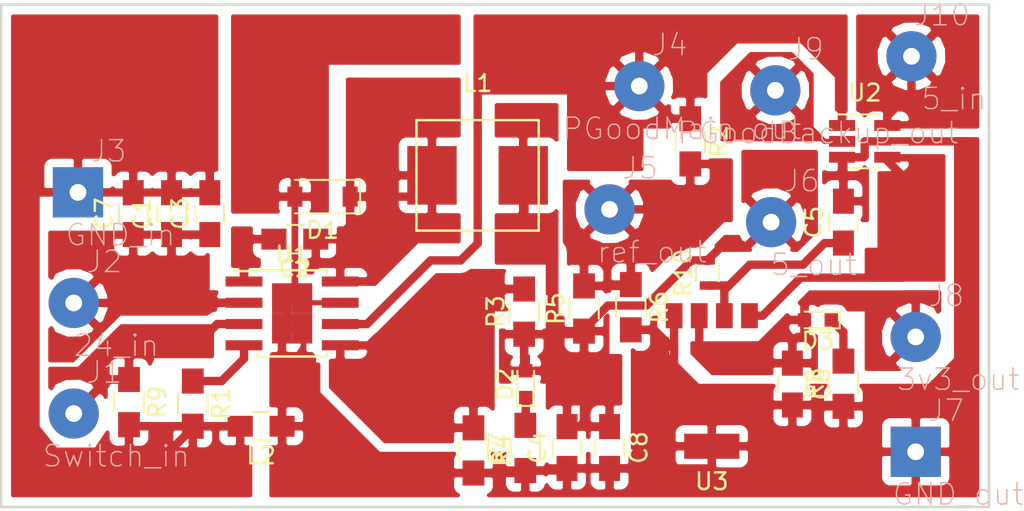
<source format=kicad_pcb>
(kicad_pcb (version 4) (host pcbnew 4.0.4-stable)

  (general
    (links 60)
    (no_connects 3)
    (area 79.924999 33.924999 139.075001 64.083001)
    (thickness 1.6)
    (drawings 4)
    (tracks 181)
    (zones 0)
    (modules 36)
    (nets 19)
  )

  (page A4)
  (layers
    (0 F.Cu signal)
    (31 B.Cu signal)
    (32 B.Adhes user)
    (33 F.Adhes user)
    (34 B.Paste user)
    (35 F.Paste user)
    (36 B.SilkS user)
    (37 F.SilkS user)
    (38 B.Mask user)
    (39 F.Mask user)
    (40 Dwgs.User user)
    (41 Cmts.User user)
    (42 Eco1.User user)
    (43 Eco2.User user)
    (44 Edge.Cuts user)
    (45 Margin user)
    (46 B.CrtYd user)
    (47 F.CrtYd user)
    (48 B.Fab user)
    (49 F.Fab user)
  )

  (setup
    (last_trace_width 0.25)
    (trace_clearance 0.25)
    (zone_clearance 0.508)
    (zone_45_only no)
    (trace_min 0.25)
    (segment_width 0.2)
    (edge_width 0.15)
    (via_size 1.4)
    (via_drill 1)
    (via_min_size 0.4)
    (via_min_drill 0.3)
    (uvia_size 0.3)
    (uvia_drill 0.1)
    (uvias_allowed no)
    (uvia_min_size 0.2)
    (uvia_min_drill 0.1)
    (pcb_text_width 0.3)
    (pcb_text_size 1.5 1.5)
    (mod_edge_width 0.15)
    (mod_text_size 1 1)
    (mod_text_width 0.15)
    (pad_size 1.524 1.524)
    (pad_drill 0.762)
    (pad_to_mask_clearance 0.2)
    (aux_axis_origin 0 0)
    (visible_elements 7FFFFFFF)
    (pcbplotparams
      (layerselection 0x01000_80000001)
      (usegerberextensions true)
      (excludeedgelayer true)
      (linewidth 0.100000)
      (plotframeref false)
      (viasonmask false)
      (mode 1)
      (useauxorigin false)
      (hpglpennumber 1)
      (hpglpenspeed 20)
      (hpglpendiameter 15)
      (hpglpenoverlay 2)
      (psnegative false)
      (psa4output false)
      (plotreference true)
      (plotvalue true)
      (plotinvisibletext false)
      (padsonsilk false)
      (subtractmaskfromsilk false)
      (outputformat 1)
      (mirror false)
      (drillshape 0)
      (scaleselection 1)
      (outputdirectory Gerber/))
  )

  (net 0 "")
  (net 1 /V24)
  (net 2 /GND24)
  (net 3 "Net-(C2-Pad1)")
  (net 4 "Net-(C2-Pad2)")
  (net 5 /V5_MAIN)
  (net 6 "Net-(D2-Pad1)")
  (net 7 "Net-(R1-Pad1)")
  (net 8 /PG_v5_main)
  (net 9 /P_ref_buc)
  (net 10 /Switch_on)
  (net 11 GND)
  (net 12 /3V3_out)
  (net 13 "Net-(D3-Pad1)")
  (net 14 /PG_v5_backup)
  (net 15 VCC)
  (net 16 /v5_good)
  (net 17 "Net-(R3-Pad2)")
  (net 18 "Net-(C5-Pad1)")

  (net_class Default "This is the default net class."
    (clearance 0.25)
    (trace_width 0.25)
    (via_dia 1.4)
    (via_drill 1)
    (uvia_dia 0.3)
    (uvia_drill 0.1)
    (add_net /3V3_out)
    (add_net /GND24)
    (add_net /PG_v5_backup)
    (add_net /PG_v5_main)
    (add_net /P_ref_buc)
    (add_net /Switch_on)
    (add_net /V24)
    (add_net /V5_MAIN)
    (add_net /v5_good)
    (add_net GND)
    (add_net "Net-(C2-Pad1)")
    (add_net "Net-(C2-Pad2)")
    (add_net "Net-(C5-Pad1)")
    (add_net "Net-(D2-Pad1)")
    (add_net "Net-(D3-Pad1)")
    (add_net "Net-(R1-Pad1)")
    (add_net "Net-(R3-Pad2)")
    (add_net VCC)
  )

  (module LEDs:LED_0603 (layer F.Cu) (tedit 57FE93A5) (tstamp 5921CD2E)
    (at 111.3282 56.6674 90)
    (descr "LED 0603 smd package")
    (tags "LED led 0603 SMD smd SMT smt smdled SMDLED smtled SMTLED")
    (path /5921D4DC)
    (attr smd)
    (fp_text reference D2 (at 0 -1.25 90) (layer F.SilkS)
      (effects (font (size 1 1) (thickness 0.15)))
    )
    (fp_text value BLUE_LED (at 0 1.35 90) (layer F.Fab)
      (effects (font (size 1 1) (thickness 0.15)))
    )
    (fp_line (start -1.3 -0.5) (end -1.3 0.5) (layer F.SilkS) (width 0.12))
    (fp_line (start -0.2 -0.2) (end -0.2 0.2) (layer F.Fab) (width 0.1))
    (fp_line (start -0.15 0) (end 0.15 -0.2) (layer F.Fab) (width 0.1))
    (fp_line (start 0.15 0.2) (end -0.15 0) (layer F.Fab) (width 0.1))
    (fp_line (start 0.15 -0.2) (end 0.15 0.2) (layer F.Fab) (width 0.1))
    (fp_line (start 0.8 0.4) (end -0.8 0.4) (layer F.Fab) (width 0.1))
    (fp_line (start 0.8 -0.4) (end 0.8 0.4) (layer F.Fab) (width 0.1))
    (fp_line (start -0.8 -0.4) (end 0.8 -0.4) (layer F.Fab) (width 0.1))
    (fp_line (start -0.8 0.4) (end -0.8 -0.4) (layer F.Fab) (width 0.1))
    (fp_line (start -1.3 0.5) (end 0.8 0.5) (layer F.SilkS) (width 0.12))
    (fp_line (start -1.3 -0.5) (end 0.8 -0.5) (layer F.SilkS) (width 0.12))
    (fp_line (start 1.45 -0.65) (end 1.45 0.65) (layer F.CrtYd) (width 0.05))
    (fp_line (start 1.45 0.65) (end -1.45 0.65) (layer F.CrtYd) (width 0.05))
    (fp_line (start -1.45 0.65) (end -1.45 -0.65) (layer F.CrtYd) (width 0.05))
    (fp_line (start -1.45 -0.65) (end 1.45 -0.65) (layer F.CrtYd) (width 0.05))
    (pad 2 smd rect (at 0.8 0 270) (size 0.8 0.8) (layers F.Cu F.Paste F.Mask)
      (net 5 /V5_MAIN))
    (pad 1 smd rect (at -0.8 0 270) (size 0.8 0.8) (layers F.Cu F.Paste F.Mask)
      (net 6 "Net-(D2-Pad1)"))
    (model LEDs.3dshapes/LED_0603.wrl
      (at (xyz 0 0 0))
      (scale (xyz 1 1 1))
      (rotate (xyz 0 0 180))
    )
  )

  (module Diodes_SMD:D_SOD-123 (layer F.Cu) (tedit 58645DC7) (tstamp 5921CDA6)
    (at 99.188 45.466 180)
    (descr SOD-123)
    (tags SOD-123)
    (path /5921D4CC)
    (attr smd)
    (fp_text reference D1 (at 0 -2 180) (layer F.SilkS)
      (effects (font (size 1 1) (thickness 0.15)))
    )
    (fp_text value 0.55V (at 0 2.1 180) (layer F.Fab)
      (effects (font (size 1 1) (thickness 0.15)))
    )
    (fp_line (start -2.25 -1) (end -2.25 1) (layer F.SilkS) (width 0.12))
    (fp_line (start 0.25 0) (end 0.75 0) (layer F.Fab) (width 0.1))
    (fp_line (start 0.25 0.4) (end -0.35 0) (layer F.Fab) (width 0.1))
    (fp_line (start 0.25 -0.4) (end 0.25 0.4) (layer F.Fab) (width 0.1))
    (fp_line (start -0.35 0) (end 0.25 -0.4) (layer F.Fab) (width 0.1))
    (fp_line (start -0.35 0) (end -0.35 0.55) (layer F.Fab) (width 0.1))
    (fp_line (start -0.35 0) (end -0.35 -0.55) (layer F.Fab) (width 0.1))
    (fp_line (start -0.75 0) (end -0.35 0) (layer F.Fab) (width 0.1))
    (fp_line (start -1.4 0.9) (end -1.4 -0.9) (layer F.Fab) (width 0.1))
    (fp_line (start 1.4 0.9) (end -1.4 0.9) (layer F.Fab) (width 0.1))
    (fp_line (start 1.4 -0.9) (end 1.4 0.9) (layer F.Fab) (width 0.1))
    (fp_line (start -1.4 -0.9) (end 1.4 -0.9) (layer F.Fab) (width 0.1))
    (fp_line (start -2.35 -1.15) (end 2.35 -1.15) (layer F.CrtYd) (width 0.05))
    (fp_line (start 2.35 -1.15) (end 2.35 1.15) (layer F.CrtYd) (width 0.05))
    (fp_line (start 2.35 1.15) (end -2.35 1.15) (layer F.CrtYd) (width 0.05))
    (fp_line (start -2.35 -1.15) (end -2.35 1.15) (layer F.CrtYd) (width 0.05))
    (fp_line (start -2.25 1) (end 1.65 1) (layer F.SilkS) (width 0.12))
    (fp_line (start -2.25 -1) (end 1.65 -1) (layer F.SilkS) (width 0.12))
    (pad 1 smd rect (at -1.65 0 180) (size 0.9 1.2) (layers F.Cu F.Paste F.Mask)
      (net 3 "Net-(C2-Pad1)"))
    (pad 2 smd rect (at 1.65 0 180) (size 0.9 1.2) (layers F.Cu F.Paste F.Mask)
      (net 11 GND))
    (model ${KISYS3DMOD}/Diodes_SMD.3dshapes/D_SOD-123.wrl
      (at (xyz 0 0 0))
      (scale (xyz 1 1 1))
      (rotate (xyz 0 0 0))
    )
  )

  (module LEDs:LED_0603 (layer F.Cu) (tedit 57FE93A5) (tstamp 592307B5)
    (at 128.778 52.832 180)
    (descr "LED 0603 smd package")
    (tags "LED led 0603 SMD smd SMT smt smdled SMDLED smtled SMTLED")
    (path /59235EB5)
    (attr smd)
    (fp_text reference D3 (at 0 -1.25 180) (layer F.SilkS)
      (effects (font (size 1 1) (thickness 0.15)))
    )
    (fp_text value GRN_LED (at 0 1.35 180) (layer F.Fab)
      (effects (font (size 1 1) (thickness 0.15)))
    )
    (fp_line (start -1.3 -0.5) (end -1.3 0.5) (layer F.SilkS) (width 0.12))
    (fp_line (start -0.2 -0.2) (end -0.2 0.2) (layer F.Fab) (width 0.1))
    (fp_line (start -0.15 0) (end 0.15 -0.2) (layer F.Fab) (width 0.1))
    (fp_line (start 0.15 0.2) (end -0.15 0) (layer F.Fab) (width 0.1))
    (fp_line (start 0.15 -0.2) (end 0.15 0.2) (layer F.Fab) (width 0.1))
    (fp_line (start 0.8 0.4) (end -0.8 0.4) (layer F.Fab) (width 0.1))
    (fp_line (start 0.8 -0.4) (end 0.8 0.4) (layer F.Fab) (width 0.1))
    (fp_line (start -0.8 -0.4) (end 0.8 -0.4) (layer F.Fab) (width 0.1))
    (fp_line (start -0.8 0.4) (end -0.8 -0.4) (layer F.Fab) (width 0.1))
    (fp_line (start -1.3 0.5) (end 0.8 0.5) (layer F.SilkS) (width 0.12))
    (fp_line (start -1.3 -0.5) (end 0.8 -0.5) (layer F.SilkS) (width 0.12))
    (fp_line (start 1.45 -0.65) (end 1.45 0.65) (layer F.CrtYd) (width 0.05))
    (fp_line (start 1.45 0.65) (end -1.45 0.65) (layer F.CrtYd) (width 0.05))
    (fp_line (start -1.45 0.65) (end -1.45 -0.65) (layer F.CrtYd) (width 0.05))
    (fp_line (start -1.45 -0.65) (end 1.45 -0.65) (layer F.CrtYd) (width 0.05))
    (pad 2 smd rect (at 0.8 0) (size 0.8 0.8) (layers F.Cu F.Paste F.Mask)
      (net 12 /3V3_out))
    (pad 1 smd rect (at -0.8 0) (size 0.8 0.8) (layers F.Cu F.Paste F.Mask)
      (net 13 "Net-(D3-Pad1)"))
    (model LEDs.3dshapes/LED_0603.wrl
      (at (xyz 0 0 0))
      (scale (xyz 1 1 1))
      (rotate (xyz 0 0 180))
    )
  )

  (module SOT-223:SOT-223 (layer F.Cu) (tedit 5876E463) (tstamp 592307D7)
    (at 122.44 56.478 180)
    (path /59235EC4)
    (fp_text reference U3 (at 0 -6 180) (layer F.SilkS)
      (effects (font (size 1 1) (thickness 0.15)))
    )
    (fp_text value LP3852-3.3 (at 0 6 180) (layer F.Fab)
      (effects (font (size 1 1) (thickness 0.15)))
    )
    (pad 1 smd rect (at -2.25 3.9 180) (size 1 1.5) (layers F.Cu F.Paste F.Mask)
      (net 16 /v5_good))
    (pad 2 smd rect (at -0.75 3.9 180) (size 1 1.5) (layers F.Cu F.Paste F.Mask)
      (net 18 "Net-(C5-Pad1)"))
    (pad 3 smd rect (at 0.75 3.9 180) (size 1 1.5) (layers F.Cu F.Paste F.Mask)
      (net 12 /3V3_out))
    (pad 4 smd rect (at 2.25 3.9 180) (size 1 1.5) (layers F.Cu F.Paste F.Mask)
      (net 11 GND))
    (pad 5 smd rect (at 0 -3.9 180) (size 3.3 1.5) (layers F.Cu F.Paste F.Mask)
      (net 11 GND))
  )

  (module Capacitors_SMD:C_0805_HandSoldering (layer F.Cu) (tedit 58AA84A8) (tstamp 592601EC)
    (at 90.17 46.482 90)
    (descr "Capacitor SMD 0805, hand soldering")
    (tags "capacitor 0805")
    (path /5921D48B)
    (attr smd)
    (fp_text reference C1 (at 0 -1.75 90) (layer F.SilkS)
      (effects (font (size 1 1) (thickness 0.15)))
    )
    (fp_text value 2.2uF (at 0 1.75 90) (layer F.Fab)
      (effects (font (size 1 1) (thickness 0.15)))
    )
    (fp_text user %R (at 0 -1.75 90) (layer F.Fab)
      (effects (font (size 1 1) (thickness 0.15)))
    )
    (fp_line (start -1 0.62) (end -1 -0.62) (layer F.Fab) (width 0.1))
    (fp_line (start 1 0.62) (end -1 0.62) (layer F.Fab) (width 0.1))
    (fp_line (start 1 -0.62) (end 1 0.62) (layer F.Fab) (width 0.1))
    (fp_line (start -1 -0.62) (end 1 -0.62) (layer F.Fab) (width 0.1))
    (fp_line (start 0.5 -0.85) (end -0.5 -0.85) (layer F.SilkS) (width 0.12))
    (fp_line (start -0.5 0.85) (end 0.5 0.85) (layer F.SilkS) (width 0.12))
    (fp_line (start -2.25 -0.88) (end 2.25 -0.88) (layer F.CrtYd) (width 0.05))
    (fp_line (start -2.25 -0.88) (end -2.25 0.87) (layer F.CrtYd) (width 0.05))
    (fp_line (start 2.25 0.87) (end 2.25 -0.88) (layer F.CrtYd) (width 0.05))
    (fp_line (start 2.25 0.87) (end -2.25 0.87) (layer F.CrtYd) (width 0.05))
    (pad 1 smd rect (at -1.25 0 90) (size 1.5 1.25) (layers F.Cu F.Paste F.Mask)
      (net 1 /V24))
    (pad 2 smd rect (at 1.25 0 90) (size 1.5 1.25) (layers F.Cu F.Paste F.Mask)
      (net 2 /GND24))
    (model Capacitors_SMD.3dshapes/C_0805.wrl
      (at (xyz 0 0 0))
      (scale (xyz 1 1 1))
      (rotate (xyz 0 0 0))
    )
  )

  (module Capacitors_SMD:C_0805_HandSoldering (layer F.Cu) (tedit 58AA84A8) (tstamp 592601F1)
    (at 97.536 48.006 180)
    (descr "Capacitor SMD 0805, hand soldering")
    (tags "capacitor 0805")
    (path /5921D49E)
    (attr smd)
    (fp_text reference C2 (at 0 -1.75 180) (layer F.SilkS)
      (effects (font (size 1 1) (thickness 0.15)))
    )
    (fp_text value 100nF (at 0 1.75 180) (layer F.Fab)
      (effects (font (size 1 1) (thickness 0.15)))
    )
    (fp_text user %R (at 0 -1.75 180) (layer F.Fab)
      (effects (font (size 1 1) (thickness 0.15)))
    )
    (fp_line (start -1 0.62) (end -1 -0.62) (layer F.Fab) (width 0.1))
    (fp_line (start 1 0.62) (end -1 0.62) (layer F.Fab) (width 0.1))
    (fp_line (start 1 -0.62) (end 1 0.62) (layer F.Fab) (width 0.1))
    (fp_line (start -1 -0.62) (end 1 -0.62) (layer F.Fab) (width 0.1))
    (fp_line (start 0.5 -0.85) (end -0.5 -0.85) (layer F.SilkS) (width 0.12))
    (fp_line (start -0.5 0.85) (end 0.5 0.85) (layer F.SilkS) (width 0.12))
    (fp_line (start -2.25 -0.88) (end 2.25 -0.88) (layer F.CrtYd) (width 0.05))
    (fp_line (start -2.25 -0.88) (end -2.25 0.87) (layer F.CrtYd) (width 0.05))
    (fp_line (start 2.25 0.87) (end 2.25 -0.88) (layer F.CrtYd) (width 0.05))
    (fp_line (start 2.25 0.87) (end -2.25 0.87) (layer F.CrtYd) (width 0.05))
    (pad 1 smd rect (at -1.25 0 180) (size 1.5 1.25) (layers F.Cu F.Paste F.Mask)
      (net 3 "Net-(C2-Pad1)"))
    (pad 2 smd rect (at 1.25 0 180) (size 1.5 1.25) (layers F.Cu F.Paste F.Mask)
      (net 4 "Net-(C2-Pad2)"))
    (model Capacitors_SMD.3dshapes/C_0805.wrl
      (at (xyz 0 0 0))
      (scale (xyz 1 1 1))
      (rotate (xyz 0 0 0))
    )
  )

  (module Capacitors_SMD:C_0805_HandSoldering (layer F.Cu) (tedit 58AA84A8) (tstamp 592601F6)
    (at 92.456 46.482 90)
    (descr "Capacitor SMD 0805, hand soldering")
    (tags "capacitor 0805")
    (path /5938F132)
    (attr smd)
    (fp_text reference C3 (at 0 -1.75 90) (layer F.SilkS)
      (effects (font (size 1 1) (thickness 0.15)))
    )
    (fp_text value 2.2uF (at 0 1.75 90) (layer F.Fab)
      (effects (font (size 1 1) (thickness 0.15)))
    )
    (fp_text user %R (at 0 -1.75 90) (layer F.Fab)
      (effects (font (size 1 1) (thickness 0.15)))
    )
    (fp_line (start -1 0.62) (end -1 -0.62) (layer F.Fab) (width 0.1))
    (fp_line (start 1 0.62) (end -1 0.62) (layer F.Fab) (width 0.1))
    (fp_line (start 1 -0.62) (end 1 0.62) (layer F.Fab) (width 0.1))
    (fp_line (start -1 -0.62) (end 1 -0.62) (layer F.Fab) (width 0.1))
    (fp_line (start 0.5 -0.85) (end -0.5 -0.85) (layer F.SilkS) (width 0.12))
    (fp_line (start -0.5 0.85) (end 0.5 0.85) (layer F.SilkS) (width 0.12))
    (fp_line (start -2.25 -0.88) (end 2.25 -0.88) (layer F.CrtYd) (width 0.05))
    (fp_line (start -2.25 -0.88) (end -2.25 0.87) (layer F.CrtYd) (width 0.05))
    (fp_line (start 2.25 0.87) (end 2.25 -0.88) (layer F.CrtYd) (width 0.05))
    (fp_line (start 2.25 0.87) (end -2.25 0.87) (layer F.CrtYd) (width 0.05))
    (pad 1 smd rect (at -1.25 0 90) (size 1.5 1.25) (layers F.Cu F.Paste F.Mask)
      (net 1 /V24))
    (pad 2 smd rect (at 1.25 0 90) (size 1.5 1.25) (layers F.Cu F.Paste F.Mask)
      (net 2 /GND24))
    (model Capacitors_SMD.3dshapes/C_0805.wrl
      (at (xyz 0 0 0))
      (scale (xyz 1 1 1))
      (rotate (xyz 0 0 0))
    )
  )

  (module Capacitors_SMD:C_0805_HandSoldering (layer F.Cu) (tedit 58AA84A8) (tstamp 592601FB)
    (at 113.792 60.452 90)
    (descr "Capacitor SMD 0805, hand soldering")
    (tags "capacitor 0805")
    (path /5921D4B9)
    (attr smd)
    (fp_text reference C4 (at 0 -1.75 90) (layer F.SilkS)
      (effects (font (size 1 1) (thickness 0.15)))
    )
    (fp_text value "47uF X7R" (at 0 1.75 90) (layer F.Fab)
      (effects (font (size 1 1) (thickness 0.15)))
    )
    (fp_text user %R (at 0 -1.75 90) (layer F.Fab)
      (effects (font (size 1 1) (thickness 0.15)))
    )
    (fp_line (start -1 0.62) (end -1 -0.62) (layer F.Fab) (width 0.1))
    (fp_line (start 1 0.62) (end -1 0.62) (layer F.Fab) (width 0.1))
    (fp_line (start 1 -0.62) (end 1 0.62) (layer F.Fab) (width 0.1))
    (fp_line (start -1 -0.62) (end 1 -0.62) (layer F.Fab) (width 0.1))
    (fp_line (start 0.5 -0.85) (end -0.5 -0.85) (layer F.SilkS) (width 0.12))
    (fp_line (start -0.5 0.85) (end 0.5 0.85) (layer F.SilkS) (width 0.12))
    (fp_line (start -2.25 -0.88) (end 2.25 -0.88) (layer F.CrtYd) (width 0.05))
    (fp_line (start -2.25 -0.88) (end -2.25 0.87) (layer F.CrtYd) (width 0.05))
    (fp_line (start 2.25 0.87) (end 2.25 -0.88) (layer F.CrtYd) (width 0.05))
    (fp_line (start 2.25 0.87) (end -2.25 0.87) (layer F.CrtYd) (width 0.05))
    (pad 1 smd rect (at -1.25 0 90) (size 1.5 1.25) (layers F.Cu F.Paste F.Mask)
      (net 11 GND))
    (pad 2 smd rect (at 1.25 0 90) (size 1.5 1.25) (layers F.Cu F.Paste F.Mask)
      (net 5 /V5_MAIN))
    (model Capacitors_SMD.3dshapes/C_0805.wrl
      (at (xyz 0 0 0))
      (scale (xyz 1 1 1))
      (rotate (xyz 0 0 0))
    )
  )

  (module Capacitors_SMD:C_0805_HandSoldering (layer F.Cu) (tedit 58AA84A8) (tstamp 59260200)
    (at 130.302 46.99 90)
    (descr "Capacitor SMD 0805, hand soldering")
    (tags "capacitor 0805")
    (path /59235ECD)
    (attr smd)
    (fp_text reference C5 (at 0 -1.75 90) (layer F.SilkS)
      (effects (font (size 1 1) (thickness 0.15)))
    )
    (fp_text value 10uF (at 0 1.75 90) (layer F.Fab)
      (effects (font (size 1 1) (thickness 0.15)))
    )
    (fp_text user %R (at 0 -1.75 90) (layer F.Fab)
      (effects (font (size 1 1) (thickness 0.15)))
    )
    (fp_line (start -1 0.62) (end -1 -0.62) (layer F.Fab) (width 0.1))
    (fp_line (start 1 0.62) (end -1 0.62) (layer F.Fab) (width 0.1))
    (fp_line (start 1 -0.62) (end 1 0.62) (layer F.Fab) (width 0.1))
    (fp_line (start -1 -0.62) (end 1 -0.62) (layer F.Fab) (width 0.1))
    (fp_line (start 0.5 -0.85) (end -0.5 -0.85) (layer F.SilkS) (width 0.12))
    (fp_line (start -0.5 0.85) (end 0.5 0.85) (layer F.SilkS) (width 0.12))
    (fp_line (start -2.25 -0.88) (end 2.25 -0.88) (layer F.CrtYd) (width 0.05))
    (fp_line (start -2.25 -0.88) (end -2.25 0.87) (layer F.CrtYd) (width 0.05))
    (fp_line (start 2.25 0.87) (end 2.25 -0.88) (layer F.CrtYd) (width 0.05))
    (fp_line (start 2.25 0.87) (end -2.25 0.87) (layer F.CrtYd) (width 0.05))
    (pad 1 smd rect (at -1.25 0 90) (size 1.5 1.25) (layers F.Cu F.Paste F.Mask)
      (net 18 "Net-(C5-Pad1)"))
    (pad 2 smd rect (at 1.25 0 90) (size 1.5 1.25) (layers F.Cu F.Paste F.Mask)
      (net 11 GND))
    (model Capacitors_SMD.3dshapes/C_0805.wrl
      (at (xyz 0 0 0))
      (scale (xyz 1 1 1))
      (rotate (xyz 0 0 0))
    )
  )

  (module Capacitors_SMD:C_0805_HandSoldering (layer F.Cu) (tedit 58AA84A8) (tstamp 59260205)
    (at 127.254 56.662 270)
    (descr "Capacitor SMD 0805, hand soldering")
    (tags "capacitor 0805")
    (path /59235ED4)
    (attr smd)
    (fp_text reference C6 (at 0 -1.75 270) (layer F.SilkS)
      (effects (font (size 1 1) (thickness 0.15)))
    )
    (fp_text value 10uF (at 0 1.75 270) (layer F.Fab)
      (effects (font (size 1 1) (thickness 0.15)))
    )
    (fp_text user %R (at 0 -1.75 270) (layer F.Fab)
      (effects (font (size 1 1) (thickness 0.15)))
    )
    (fp_line (start -1 0.62) (end -1 -0.62) (layer F.Fab) (width 0.1))
    (fp_line (start 1 0.62) (end -1 0.62) (layer F.Fab) (width 0.1))
    (fp_line (start 1 -0.62) (end 1 0.62) (layer F.Fab) (width 0.1))
    (fp_line (start -1 -0.62) (end 1 -0.62) (layer F.Fab) (width 0.1))
    (fp_line (start 0.5 -0.85) (end -0.5 -0.85) (layer F.SilkS) (width 0.12))
    (fp_line (start -0.5 0.85) (end 0.5 0.85) (layer F.SilkS) (width 0.12))
    (fp_line (start -2.25 -0.88) (end 2.25 -0.88) (layer F.CrtYd) (width 0.05))
    (fp_line (start -2.25 -0.88) (end -2.25 0.87) (layer F.CrtYd) (width 0.05))
    (fp_line (start 2.25 0.87) (end 2.25 -0.88) (layer F.CrtYd) (width 0.05))
    (fp_line (start 2.25 0.87) (end -2.25 0.87) (layer F.CrtYd) (width 0.05))
    (pad 1 smd rect (at -1.25 0 270) (size 1.5 1.25) (layers F.Cu F.Paste F.Mask)
      (net 12 /3V3_out))
    (pad 2 smd rect (at 1.25 0 270) (size 1.5 1.25) (layers F.Cu F.Paste F.Mask)
      (net 11 GND))
    (model Capacitors_SMD.3dshapes/C_0805.wrl
      (at (xyz 0 0 0))
      (scale (xyz 1 1 1))
      (rotate (xyz 0 0 0))
    )
  )

  (module pinheaders:pinhead-01x01_3x1 (layer F.Cu) (tedit 5924AFBB) (tstamp 5926020A)
    (at 84.328 58.42)
    (descr "PIN HEADER")
    (tags "PIN HEADER")
    (path /5921E4C9)
    (attr virtual)
    (fp_text reference J1 (at 1.8288 -2.4638) (layer B.SilkS)
      (effects (font (size 1.27 1.27) (thickness 0.0889)))
    )
    (fp_text value Switch_in (at 2.54 2.54) (layer B.SilkS)
      (effects (font (size 1.27 1.27) (thickness 0.0889)))
    )
    (pad 1 thru_hole circle (at 0 0) (size 3 3) (drill 1) (layers *.Cu *.Mask)
      (net 10 /Switch_on))
  )

  (module pinheaders:pinhead-01x01_3x1 (layer F.Cu) (tedit 5924AFBB) (tstamp 5926020E)
    (at 84.328 51.816)
    (descr "PIN HEADER")
    (tags "PIN HEADER")
    (path /5921D2BF)
    (attr virtual)
    (fp_text reference J2 (at 1.8288 -2.4638) (layer B.SilkS)
      (effects (font (size 1.27 1.27) (thickness 0.0889)))
    )
    (fp_text value 24_in (at 2.54 2.54) (layer B.SilkS)
      (effects (font (size 1.27 1.27) (thickness 0.0889)))
    )
    (pad 1 thru_hole circle (at 0 0) (size 3 3) (drill 1) (layers *.Cu *.Mask)
      (net 1 /V24))
  )

  (module pinheaders:pinhead-01x01_3x1_square (layer F.Cu) (tedit 5924B01A) (tstamp 59260212)
    (at 84.582 45.212)
    (descr "PIN HEADER")
    (tags "PIN HEADER")
    (path /5921D5CA)
    (attr virtual)
    (fp_text reference J3 (at 1.8288 -2.4638) (layer B.SilkS)
      (effects (font (size 1.27 1.27) (thickness 0.0889)))
    )
    (fp_text value GND_in (at 2.54 2.54) (layer B.SilkS)
      (effects (font (size 1.27 1.27) (thickness 0.0889)))
    )
    (pad 1 thru_hole rect (at 0 0) (size 3 3) (drill 1) (layers *.Cu *.Mask)
      (net 2 /GND24))
  )

  (module pinheaders:pinhead-01x01_3x1 (layer F.Cu) (tedit 5924AFBB) (tstamp 59260216)
    (at 118.11 38.862)
    (descr "PIN HEADER")
    (tags "PIN HEADER")
    (path /5921D7AB)
    (attr virtual)
    (fp_text reference J4 (at 1.8288 -2.4638) (layer B.SilkS)
      (effects (font (size 1.27 1.27) (thickness 0.0889)))
    )
    (fp_text value PGoodMain_out (at 2.54 2.54) (layer B.SilkS)
      (effects (font (size 1.27 1.27) (thickness 0.0889)))
    )
    (pad 1 thru_hole circle (at 0 0) (size 3 3) (drill 1) (layers *.Cu *.Mask)
      (net 8 /PG_v5_main))
  )

  (module pinheaders:pinhead-01x01_3x1 (layer F.Cu) (tedit 5924AFBB) (tstamp 5926021A)
    (at 116.332 46.228)
    (descr "PIN HEADER")
    (tags "PIN HEADER")
    (path /5921E339)
    (attr virtual)
    (fp_text reference J5 (at 1.8288 -2.4638) (layer B.SilkS)
      (effects (font (size 1.27 1.27) (thickness 0.0889)))
    )
    (fp_text value ref_out (at 2.54 2.54) (layer B.SilkS)
      (effects (font (size 1.27 1.27) (thickness 0.0889)))
    )
    (pad 1 thru_hole circle (at 0 0) (size 3 3) (drill 1) (layers *.Cu *.Mask)
      (net 9 /P_ref_buc))
  )

  (module pinheaders:pinhead-01x01_3x1 (layer F.Cu) (tedit 5924AFBB) (tstamp 5926021E)
    (at 125.984 46.99)
    (descr "PIN HEADER")
    (tags "PIN HEADER")
    (path /5921DF5F)
    (attr virtual)
    (fp_text reference J6 (at 1.8288 -2.4638) (layer B.SilkS)
      (effects (font (size 1.27 1.27) (thickness 0.0889)))
    )
    (fp_text value 5_out (at 2.54 2.54) (layer B.SilkS)
      (effects (font (size 1.27 1.27) (thickness 0.0889)))
    )
    (pad 1 thru_hole circle (at 0 0) (size 3 3) (drill 1) (layers *.Cu *.Mask)
      (net 5 /V5_MAIN))
  )

  (module pinheaders:pinhead-01x01_3x1_square (layer F.Cu) (tedit 5924B01A) (tstamp 59260222)
    (at 134.62 60.706)
    (descr "PIN HEADER")
    (tags "PIN HEADER")
    (path /5921E0F9)
    (attr virtual)
    (fp_text reference J7 (at 1.8288 -2.4638) (layer B.SilkS)
      (effects (font (size 1.27 1.27) (thickness 0.0889)))
    )
    (fp_text value GND_out (at 2.54 2.54) (layer B.SilkS)
      (effects (font (size 1.27 1.27) (thickness 0.0889)))
    )
    (pad 1 thru_hole rect (at 0 0) (size 3 3) (drill 1) (layers *.Cu *.Mask)
      (net 11 GND))
  )

  (module pinheaders:pinhead-01x01_3x1 (layer F.Cu) (tedit 5924AFBB) (tstamp 59260226)
    (at 134.62 53.848)
    (descr "PIN HEADER")
    (tags "PIN HEADER")
    (path /59236FA2)
    (attr virtual)
    (fp_text reference J8 (at 1.8288 -2.4638) (layer B.SilkS)
      (effects (font (size 1.27 1.27) (thickness 0.0889)))
    )
    (fp_text value 3v3_out (at 2.54 2.54) (layer B.SilkS)
      (effects (font (size 1.27 1.27) (thickness 0.0889)))
    )
    (pad 1 thru_hole circle (at 0 0) (size 3 3) (drill 1) (layers *.Cu *.Mask)
      (net 12 /3V3_out))
  )

  (module pinheaders:pinhead-01x01_3x1 (layer F.Cu) (tedit 5924AFBB) (tstamp 5926022A)
    (at 126.238 39.116)
    (descr "PIN HEADER")
    (tags "PIN HEADER")
    (path /592365BC)
    (attr virtual)
    (fp_text reference J9 (at 1.8288 -2.4638) (layer B.SilkS)
      (effects (font (size 1.27 1.27) (thickness 0.0889)))
    )
    (fp_text value PGoodBackup_out (at 2.54 2.54) (layer B.SilkS)
      (effects (font (size 1.27 1.27) (thickness 0.0889)))
    )
    (pad 1 thru_hole circle (at 0 0) (size 3 3) (drill 1) (layers *.Cu *.Mask)
      (net 14 /PG_v5_backup))
  )

  (module Capacitors_SMD:C_0805_HandSoldering (layer F.Cu) (tedit 58AA84A8) (tstamp 5926022E)
    (at 95.524 59.182 180)
    (descr "Capacitor SMD 0805, hand soldering")
    (tags "capacitor 0805")
    (path /592281B4)
    (attr smd)
    (fp_text reference L2 (at 0 -1.75 180) (layer F.SilkS)
      (effects (font (size 1 1) (thickness 0.15)))
    )
    (fp_text value Ferrite_Bead_Small (at 0 1.75 180) (layer F.Fab)
      (effects (font (size 1 1) (thickness 0.15)))
    )
    (fp_text user %R (at 0 -1.75 180) (layer F.Fab)
      (effects (font (size 1 1) (thickness 0.15)))
    )
    (fp_line (start -1 0.62) (end -1 -0.62) (layer F.Fab) (width 0.1))
    (fp_line (start 1 0.62) (end -1 0.62) (layer F.Fab) (width 0.1))
    (fp_line (start 1 -0.62) (end 1 0.62) (layer F.Fab) (width 0.1))
    (fp_line (start -1 -0.62) (end 1 -0.62) (layer F.Fab) (width 0.1))
    (fp_line (start 0.5 -0.85) (end -0.5 -0.85) (layer F.SilkS) (width 0.12))
    (fp_line (start -0.5 0.85) (end 0.5 0.85) (layer F.SilkS) (width 0.12))
    (fp_line (start -2.25 -0.88) (end 2.25 -0.88) (layer F.CrtYd) (width 0.05))
    (fp_line (start -2.25 -0.88) (end -2.25 0.87) (layer F.CrtYd) (width 0.05))
    (fp_line (start 2.25 0.87) (end 2.25 -0.88) (layer F.CrtYd) (width 0.05))
    (fp_line (start 2.25 0.87) (end -2.25 0.87) (layer F.CrtYd) (width 0.05))
    (pad 1 smd rect (at -1.25 0 180) (size 1.5 1.25) (layers F.Cu F.Paste F.Mask)
      (net 11 GND))
    (pad 2 smd rect (at 1.25 0 180) (size 1.5 1.25) (layers F.Cu F.Paste F.Mask)
      (net 2 /GND24))
    (model Capacitors_SMD.3dshapes/C_0805.wrl
      (at (xyz 0 0 0))
      (scale (xyz 1 1 1))
      (rotate (xyz 0 0 0))
    )
  )

  (module Resistors_SMD:R_0805_HandSoldering (layer F.Cu) (tedit 58AADA1D) (tstamp 59260233)
    (at 91.44 57.832 270)
    (descr "Resistor SMD 0805, hand soldering")
    (tags "resistor 0805")
    (path /5921D494)
    (attr smd)
    (fp_text reference R1 (at 0 -1.7 270) (layer F.SilkS)
      (effects (font (size 1 1) (thickness 0.15)))
    )
    (fp_text value 49.9K (at 0 1.75 270) (layer F.Fab)
      (effects (font (size 1 1) (thickness 0.15)))
    )
    (fp_text user %R (at 0 -1.7 270) (layer F.Fab)
      (effects (font (size 1 1) (thickness 0.15)))
    )
    (fp_line (start -1 0.62) (end -1 -0.62) (layer F.Fab) (width 0.1))
    (fp_line (start 1 0.62) (end -1 0.62) (layer F.Fab) (width 0.1))
    (fp_line (start 1 -0.62) (end 1 0.62) (layer F.Fab) (width 0.1))
    (fp_line (start -1 -0.62) (end 1 -0.62) (layer F.Fab) (width 0.1))
    (fp_line (start 0.6 0.88) (end -0.6 0.88) (layer F.SilkS) (width 0.12))
    (fp_line (start -0.6 -0.88) (end 0.6 -0.88) (layer F.SilkS) (width 0.12))
    (fp_line (start -2.35 -0.9) (end 2.35 -0.9) (layer F.CrtYd) (width 0.05))
    (fp_line (start -2.35 -0.9) (end -2.35 0.9) (layer F.CrtYd) (width 0.05))
    (fp_line (start 2.35 0.9) (end 2.35 -0.9) (layer F.CrtYd) (width 0.05))
    (fp_line (start 2.35 0.9) (end -2.35 0.9) (layer F.CrtYd) (width 0.05))
    (pad 1 smd rect (at -1.35 0 270) (size 1.5 1.3) (layers F.Cu F.Paste F.Mask)
      (net 7 "Net-(R1-Pad1)"))
    (pad 2 smd rect (at 1.35 0 270) (size 1.5 1.3) (layers F.Cu F.Paste F.Mask)
      (net 2 /GND24))
    (model Resistors_SMD.3dshapes/R_0805.wrl
      (at (xyz 0 0 0))
      (scale (xyz 1 1 1))
      (rotate (xyz 0 0 0))
    )
  )

  (module Resistors_SMD:R_0805_HandSoldering (layer F.Cu) (tedit 58AADA1D) (tstamp 59260238)
    (at 121.158 42.164 270)
    (descr "Resistor SMD 0805, hand soldering")
    (tags "resistor 0805")
    (path /5921D4D5)
    (attr smd)
    (fp_text reference R2 (at 0 -1.7 270) (layer F.SilkS)
      (effects (font (size 1 1) (thickness 0.15)))
    )
    (fp_text value 10K (at 0 1.75 270) (layer F.Fab)
      (effects (font (size 1 1) (thickness 0.15)))
    )
    (fp_text user %R (at 0 -1.7 270) (layer F.Fab)
      (effects (font (size 1 1) (thickness 0.15)))
    )
    (fp_line (start -1 0.62) (end -1 -0.62) (layer F.Fab) (width 0.1))
    (fp_line (start 1 0.62) (end -1 0.62) (layer F.Fab) (width 0.1))
    (fp_line (start 1 -0.62) (end 1 0.62) (layer F.Fab) (width 0.1))
    (fp_line (start -1 -0.62) (end 1 -0.62) (layer F.Fab) (width 0.1))
    (fp_line (start 0.6 0.88) (end -0.6 0.88) (layer F.SilkS) (width 0.12))
    (fp_line (start -0.6 -0.88) (end 0.6 -0.88) (layer F.SilkS) (width 0.12))
    (fp_line (start -2.35 -0.9) (end 2.35 -0.9) (layer F.CrtYd) (width 0.05))
    (fp_line (start -2.35 -0.9) (end -2.35 0.9) (layer F.CrtYd) (width 0.05))
    (fp_line (start 2.35 0.9) (end 2.35 -0.9) (layer F.CrtYd) (width 0.05))
    (fp_line (start 2.35 0.9) (end -2.35 0.9) (layer F.CrtYd) (width 0.05))
    (pad 1 smd rect (at -1.35 0 270) (size 1.5 1.3) (layers F.Cu F.Paste F.Mask)
      (net 8 /PG_v5_main))
    (pad 2 smd rect (at 1.35 0 270) (size 1.5 1.3) (layers F.Cu F.Paste F.Mask)
      (net 9 /P_ref_buc))
    (model Resistors_SMD.3dshapes/R_0805.wrl
      (at (xyz 0 0 0))
      (scale (xyz 1 1 1))
      (rotate (xyz 0 0 0))
    )
  )

  (module Resistors_SMD:R_0805_HandSoldering (layer F.Cu) (tedit 58AADA1D) (tstamp 5926023D)
    (at 111.231476 52.33348 90)
    (descr "Resistor SMD 0805, hand soldering")
    (tags "resistor 0805")
    (path /5921D4A7)
    (attr smd)
    (fp_text reference R3 (at 0 -1.7 90) (layer F.SilkS)
      (effects (font (size 1 1) (thickness 0.15)))
    )
    (fp_text value 100K (at 0 1.75 90) (layer F.Fab)
      (effects (font (size 1 1) (thickness 0.15)))
    )
    (fp_text user %R (at 0 -1.7 90) (layer F.Fab)
      (effects (font (size 1 1) (thickness 0.15)))
    )
    (fp_line (start -1 0.62) (end -1 -0.62) (layer F.Fab) (width 0.1))
    (fp_line (start 1 0.62) (end -1 0.62) (layer F.Fab) (width 0.1))
    (fp_line (start 1 -0.62) (end 1 0.62) (layer F.Fab) (width 0.1))
    (fp_line (start -1 -0.62) (end 1 -0.62) (layer F.Fab) (width 0.1))
    (fp_line (start 0.6 0.88) (end -0.6 0.88) (layer F.SilkS) (width 0.12))
    (fp_line (start -0.6 -0.88) (end 0.6 -0.88) (layer F.SilkS) (width 0.12))
    (fp_line (start -2.35 -0.9) (end 2.35 -0.9) (layer F.CrtYd) (width 0.05))
    (fp_line (start -2.35 -0.9) (end -2.35 0.9) (layer F.CrtYd) (width 0.05))
    (fp_line (start 2.35 0.9) (end 2.35 -0.9) (layer F.CrtYd) (width 0.05))
    (fp_line (start 2.35 0.9) (end -2.35 0.9) (layer F.CrtYd) (width 0.05))
    (pad 1 smd rect (at -1.35 0 90) (size 1.5 1.3) (layers F.Cu F.Paste F.Mask)
      (net 5 /V5_MAIN))
    (pad 2 smd rect (at 1.35 0 90) (size 1.5 1.3) (layers F.Cu F.Paste F.Mask)
      (net 17 "Net-(R3-Pad2)"))
    (model Resistors_SMD.3dshapes/R_0805.wrl
      (at (xyz 0 0 0))
      (scale (xyz 1 1 1))
      (rotate (xyz 0 0 0))
    )
  )

  (module Resistors_SMD:R_0805_HandSoldering (layer F.Cu) (tedit 58AADA1D) (tstamp 59260242)
    (at 108.204 60.626 270)
    (descr "Resistor SMD 0805, hand soldering")
    (tags "resistor 0805")
    (path /5921D4B0)
    (attr smd)
    (fp_text reference R4 (at 0 -1.7 270) (layer F.SilkS)
      (effects (font (size 1 1) (thickness 0.15)))
    )
    (fp_text value 17.8K (at 0 1.75 270) (layer F.Fab)
      (effects (font (size 1 1) (thickness 0.15)))
    )
    (fp_text user %R (at 0 -1.7 270) (layer F.Fab)
      (effects (font (size 1 1) (thickness 0.15)))
    )
    (fp_line (start -1 0.62) (end -1 -0.62) (layer F.Fab) (width 0.1))
    (fp_line (start 1 0.62) (end -1 0.62) (layer F.Fab) (width 0.1))
    (fp_line (start 1 -0.62) (end 1 0.62) (layer F.Fab) (width 0.1))
    (fp_line (start -1 -0.62) (end 1 -0.62) (layer F.Fab) (width 0.1))
    (fp_line (start 0.6 0.88) (end -0.6 0.88) (layer F.SilkS) (width 0.12))
    (fp_line (start -0.6 -0.88) (end 0.6 -0.88) (layer F.SilkS) (width 0.12))
    (fp_line (start -2.35 -0.9) (end 2.35 -0.9) (layer F.CrtYd) (width 0.05))
    (fp_line (start -2.35 -0.9) (end -2.35 0.9) (layer F.CrtYd) (width 0.05))
    (fp_line (start 2.35 0.9) (end 2.35 -0.9) (layer F.CrtYd) (width 0.05))
    (fp_line (start 2.35 0.9) (end -2.35 0.9) (layer F.CrtYd) (width 0.05))
    (pad 1 smd rect (at -1.35 0 270) (size 1.5 1.3) (layers F.Cu F.Paste F.Mask)
      (net 17 "Net-(R3-Pad2)"))
    (pad 2 smd rect (at 1.35 0 270) (size 1.5 1.3) (layers F.Cu F.Paste F.Mask)
      (net 11 GND))
    (model Resistors_SMD.3dshapes/R_0805.wrl
      (at (xyz 0 0 0))
      (scale (xyz 1 1 1))
      (rotate (xyz 0 0 0))
    )
  )

  (module Resistors_SMD:R_0805_HandSoldering (layer F.Cu) (tedit 58AADA1D) (tstamp 59260247)
    (at 114.808 52.15 90)
    (descr "Resistor SMD 0805, hand soldering")
    (tags "resistor 0805")
    (path /5921D4F7)
    (attr smd)
    (fp_text reference R5 (at 0 -1.7 90) (layer F.SilkS)
      (effects (font (size 1 1) (thickness 0.15)))
    )
    (fp_text value 102K (at 0 1.75 90) (layer F.Fab)
      (effects (font (size 1 1) (thickness 0.15)))
    )
    (fp_text user %R (at 0 -1.7 90) (layer F.Fab)
      (effects (font (size 1 1) (thickness 0.15)))
    )
    (fp_line (start -1 0.62) (end -1 -0.62) (layer F.Fab) (width 0.1))
    (fp_line (start 1 0.62) (end -1 0.62) (layer F.Fab) (width 0.1))
    (fp_line (start 1 -0.62) (end 1 0.62) (layer F.Fab) (width 0.1))
    (fp_line (start -1 -0.62) (end 1 -0.62) (layer F.Fab) (width 0.1))
    (fp_line (start 0.6 0.88) (end -0.6 0.88) (layer F.SilkS) (width 0.12))
    (fp_line (start -0.6 -0.88) (end 0.6 -0.88) (layer F.SilkS) (width 0.12))
    (fp_line (start -2.35 -0.9) (end 2.35 -0.9) (layer F.CrtYd) (width 0.05))
    (fp_line (start -2.35 -0.9) (end -2.35 0.9) (layer F.CrtYd) (width 0.05))
    (fp_line (start 2.35 0.9) (end 2.35 -0.9) (layer F.CrtYd) (width 0.05))
    (fp_line (start 2.35 0.9) (end -2.35 0.9) (layer F.CrtYd) (width 0.05))
    (pad 1 smd rect (at -1.35 0 90) (size 1.5 1.3) (layers F.Cu F.Paste F.Mask)
      (net 5 /V5_MAIN))
    (pad 2 smd rect (at 1.35 0 90) (size 1.5 1.3) (layers F.Cu F.Paste F.Mask)
      (net 9 /P_ref_buc))
    (model Resistors_SMD.3dshapes/R_0805.wrl
      (at (xyz 0 0 0))
      (scale (xyz 1 1 1))
      (rotate (xyz 0 0 0))
    )
  )

  (module Resistors_SMD:R_0805_HandSoldering (layer F.Cu) (tedit 58AADA1D) (tstamp 5926024C)
    (at 117.602 52.07 270)
    (descr "Resistor SMD 0805, hand soldering")
    (tags "resistor 0805")
    (path /5921D4FE)
    (attr smd)
    (fp_text reference R6 (at 0 -1.7 270) (layer F.SilkS)
      (effects (font (size 1 1) (thickness 0.15)))
    )
    (fp_text value 196K (at 0 1.75 270) (layer F.Fab)
      (effects (font (size 1 1) (thickness 0.15)))
    )
    (fp_text user %R (at 0 -1.7 270) (layer F.Fab)
      (effects (font (size 1 1) (thickness 0.15)))
    )
    (fp_line (start -1 0.62) (end -1 -0.62) (layer F.Fab) (width 0.1))
    (fp_line (start 1 0.62) (end -1 0.62) (layer F.Fab) (width 0.1))
    (fp_line (start 1 -0.62) (end 1 0.62) (layer F.Fab) (width 0.1))
    (fp_line (start -1 -0.62) (end 1 -0.62) (layer F.Fab) (width 0.1))
    (fp_line (start 0.6 0.88) (end -0.6 0.88) (layer F.SilkS) (width 0.12))
    (fp_line (start -0.6 -0.88) (end 0.6 -0.88) (layer F.SilkS) (width 0.12))
    (fp_line (start -2.35 -0.9) (end 2.35 -0.9) (layer F.CrtYd) (width 0.05))
    (fp_line (start -2.35 -0.9) (end -2.35 0.9) (layer F.CrtYd) (width 0.05))
    (fp_line (start 2.35 0.9) (end 2.35 -0.9) (layer F.CrtYd) (width 0.05))
    (fp_line (start 2.35 0.9) (end -2.35 0.9) (layer F.CrtYd) (width 0.05))
    (pad 1 smd rect (at -1.35 0 270) (size 1.5 1.3) (layers F.Cu F.Paste F.Mask)
      (net 9 /P_ref_buc))
    (pad 2 smd rect (at 1.35 0 270) (size 1.5 1.3) (layers F.Cu F.Paste F.Mask)
      (net 11 GND))
    (model Resistors_SMD.3dshapes/R_0805.wrl
      (at (xyz 0 0 0))
      (scale (xyz 1 1 1))
      (rotate (xyz 0 0 0))
    )
  )

  (module Resistors_SMD:R_0805_HandSoldering (layer F.Cu) (tedit 58AADA1D) (tstamp 59260251)
    (at 111.3028 60.4774 90)
    (descr "Resistor SMD 0805, hand soldering")
    (tags "resistor 0805")
    (path /5921D4E4)
    (attr smd)
    (fp_text reference R7 (at 0 -1.7 90) (layer F.SilkS)
      (effects (font (size 1 1) (thickness 0.15)))
    )
    (fp_text value 200 (at 0 1.75 90) (layer F.Fab)
      (effects (font (size 1 1) (thickness 0.15)))
    )
    (fp_text user %R (at 0 -1.7 90) (layer F.Fab)
      (effects (font (size 1 1) (thickness 0.15)))
    )
    (fp_line (start -1 0.62) (end -1 -0.62) (layer F.Fab) (width 0.1))
    (fp_line (start 1 0.62) (end -1 0.62) (layer F.Fab) (width 0.1))
    (fp_line (start 1 -0.62) (end 1 0.62) (layer F.Fab) (width 0.1))
    (fp_line (start -1 -0.62) (end 1 -0.62) (layer F.Fab) (width 0.1))
    (fp_line (start 0.6 0.88) (end -0.6 0.88) (layer F.SilkS) (width 0.12))
    (fp_line (start -0.6 -0.88) (end 0.6 -0.88) (layer F.SilkS) (width 0.12))
    (fp_line (start -2.35 -0.9) (end 2.35 -0.9) (layer F.CrtYd) (width 0.05))
    (fp_line (start -2.35 -0.9) (end -2.35 0.9) (layer F.CrtYd) (width 0.05))
    (fp_line (start 2.35 0.9) (end 2.35 -0.9) (layer F.CrtYd) (width 0.05))
    (fp_line (start 2.35 0.9) (end -2.35 0.9) (layer F.CrtYd) (width 0.05))
    (pad 1 smd rect (at -1.35 0 90) (size 1.5 1.3) (layers F.Cu F.Paste F.Mask)
      (net 11 GND))
    (pad 2 smd rect (at 1.35 0 90) (size 1.5 1.3) (layers F.Cu F.Paste F.Mask)
      (net 6 "Net-(D2-Pad1)"))
    (model Resistors_SMD.3dshapes/R_0805.wrl
      (at (xyz 0 0 0))
      (scale (xyz 1 1 1))
      (rotate (xyz 0 0 0))
    )
  )

  (module Resistors_SMD:R_0805_HandSoldering (layer F.Cu) (tedit 58AADA1D) (tstamp 59260256)
    (at 130.302 56.642 90)
    (descr "Resistor SMD 0805, hand soldering")
    (tags "resistor 0805")
    (path /59235EBC)
    (attr smd)
    (fp_text reference R8 (at 0 -1.7 90) (layer F.SilkS)
      (effects (font (size 1 1) (thickness 0.15)))
    )
    (fp_text value 100 (at 0 1.75 90) (layer F.Fab)
      (effects (font (size 1 1) (thickness 0.15)))
    )
    (fp_text user %R (at 0 -1.7 90) (layer F.Fab)
      (effects (font (size 1 1) (thickness 0.15)))
    )
    (fp_line (start -1 0.62) (end -1 -0.62) (layer F.Fab) (width 0.1))
    (fp_line (start 1 0.62) (end -1 0.62) (layer F.Fab) (width 0.1))
    (fp_line (start 1 -0.62) (end 1 0.62) (layer F.Fab) (width 0.1))
    (fp_line (start -1 -0.62) (end 1 -0.62) (layer F.Fab) (width 0.1))
    (fp_line (start 0.6 0.88) (end -0.6 0.88) (layer F.SilkS) (width 0.12))
    (fp_line (start -0.6 -0.88) (end 0.6 -0.88) (layer F.SilkS) (width 0.12))
    (fp_line (start -2.35 -0.9) (end 2.35 -0.9) (layer F.CrtYd) (width 0.05))
    (fp_line (start -2.35 -0.9) (end -2.35 0.9) (layer F.CrtYd) (width 0.05))
    (fp_line (start 2.35 0.9) (end 2.35 -0.9) (layer F.CrtYd) (width 0.05))
    (fp_line (start 2.35 0.9) (end -2.35 0.9) (layer F.CrtYd) (width 0.05))
    (pad 1 smd rect (at -1.35 0 90) (size 1.5 1.3) (layers F.Cu F.Paste F.Mask)
      (net 11 GND))
    (pad 2 smd rect (at 1.35 0 90) (size 1.5 1.3) (layers F.Cu F.Paste F.Mask)
      (net 13 "Net-(D3-Pad1)"))
    (model Resistors_SMD.3dshapes/R_0805.wrl
      (at (xyz 0 0 0))
      (scale (xyz 1 1 1))
      (rotate (xyz 0 0 0))
    )
  )

  (module pinheaders:pinhead-01x01_3x1 (layer F.Cu) (tedit 5924AFBB) (tstamp 59260AC9)
    (at 134.366 37.084)
    (descr "PIN HEADER")
    (tags "PIN HEADER")
    (path /592615A0)
    (attr virtual)
    (fp_text reference J10 (at 1.8288 -2.4638) (layer B.SilkS)
      (effects (font (size 1.27 1.27) (thickness 0.0889)))
    )
    (fp_text value 5_in (at 2.54 2.54) (layer B.SilkS)
      (effects (font (size 1.27 1.27) (thickness 0.0889)))
    )
    (pad 1 thru_hole circle (at 0 0) (size 3 3) (drill 1) (layers *.Cu *.Mask)
      (net 15 VCC))
  )

  (module TO_SOT_Packages_SMD:SOT-23-5_HandSoldering (layer F.Cu) (tedit 583F3A3F) (tstamp 592617B8)
    (at 131.572 42.164)
    (descr "5-pin SOT23 package")
    (tags "SOT-23-5 hand-soldering")
    (path /59235EF6)
    (attr smd)
    (fp_text reference U2 (at 0 -2.9) (layer F.SilkS)
      (effects (font (size 1 1) (thickness 0.15)))
    )
    (fp_text value 74AUC1G32 (at 0 2.9) (layer F.Fab)
      (effects (font (size 1 1) (thickness 0.15)))
    )
    (fp_line (start -0.9 1.61) (end 0.9 1.61) (layer F.SilkS) (width 0.12))
    (fp_line (start 0.9 -1.61) (end -1.55 -1.61) (layer F.SilkS) (width 0.12))
    (fp_line (start -0.9 -0.9) (end -0.25 -1.55) (layer F.Fab) (width 0.1))
    (fp_line (start 0.9 -1.55) (end -0.25 -1.55) (layer F.Fab) (width 0.1))
    (fp_line (start -0.9 -0.9) (end -0.9 1.55) (layer F.Fab) (width 0.1))
    (fp_line (start 0.9 1.55) (end -0.9 1.55) (layer F.Fab) (width 0.1))
    (fp_line (start 0.9 -1.55) (end 0.9 1.55) (layer F.Fab) (width 0.1))
    (fp_line (start -2.38 -1.8) (end 2.38 -1.8) (layer F.CrtYd) (width 0.05))
    (fp_line (start -2.38 -1.8) (end -2.38 1.8) (layer F.CrtYd) (width 0.05))
    (fp_line (start 2.38 1.8) (end 2.38 -1.8) (layer F.CrtYd) (width 0.05))
    (fp_line (start 2.38 1.8) (end -2.38 1.8) (layer F.CrtYd) (width 0.05))
    (pad 1 smd rect (at -1.35 -0.95) (size 1.56 0.65) (layers F.Cu F.Paste F.Mask)
      (net 8 /PG_v5_main))
    (pad 2 smd rect (at -1.35 0) (size 1.56 0.65) (layers F.Cu F.Paste F.Mask)
      (net 14 /PG_v5_backup))
    (pad 3 smd rect (at -1.35 0.95) (size 1.56 0.65) (layers F.Cu F.Paste F.Mask)
      (net 11 GND))
    (pad 4 smd rect (at 1.35 0.95) (size 1.56 0.65) (layers F.Cu F.Paste F.Mask)
      (net 16 /v5_good))
    (pad 5 smd rect (at 1.35 -0.95) (size 1.56 0.65) (layers F.Cu F.Paste F.Mask)
      (net 15 VCC))
    (model TO_SOT_Packages_SMD.3dshapes\SOT-23-5.wrl
      (at (xyz 0 0 0))
      (scale (xyz 1 1 1))
      (rotate (xyz 0 0 0))
    )
  )

  (module HSOIC-8:HSOIC-8-1EP_Pitch1.27mm_noVias (layer F.Cu) (tedit 5921D93B) (tstamp 592618BB)
    (at 97.374 52.44)
    (descr "8-Lead Thermally Enhanced Plastic Small Outline (SE) - Narrow, 3.90 mm Body [SOIC] (see Microchip Packaging Specification 00000049BS.pdf)")
    (tags "SOIC 1.27")
    (path /5921D4EF)
    (attr smd)
    (fp_text reference U1 (at 0 -3.5) (layer F.SilkS)
      (effects (font (size 1 1) (thickness 0.15)))
    )
    (fp_text value LMR16030 (at 0 3.5) (layer F.Fab)
      (effects (font (size 1 1) (thickness 0.15)))
    )
    (fp_line (start -0.95 -2.45) (end 1.95 -2.45) (layer F.Fab) (width 0.15))
    (fp_line (start 1.95 -2.45) (end 1.95 2.45) (layer F.Fab) (width 0.15))
    (fp_line (start 1.95 2.45) (end -1.95 2.45) (layer F.Fab) (width 0.15))
    (fp_line (start -1.95 2.45) (end -1.95 -1.45) (layer F.Fab) (width 0.15))
    (fp_line (start -1.95 -1.45) (end -0.95 -2.45) (layer F.Fab) (width 0.15))
    (fp_line (start -3.75 -2.75) (end -3.75 2.75) (layer F.CrtYd) (width 0.05))
    (fp_line (start 3.75 -2.75) (end 3.75 2.75) (layer F.CrtYd) (width 0.05))
    (fp_line (start -3.75 -2.75) (end 3.75 -2.75) (layer F.CrtYd) (width 0.05))
    (fp_line (start -3.75 2.75) (end 3.75 2.75) (layer F.CrtYd) (width 0.05))
    (fp_line (start -2.075 -2.575) (end -2.075 -2.525) (layer F.SilkS) (width 0.15))
    (fp_line (start 2.075 -2.575) (end 2.075 -2.43) (layer F.SilkS) (width 0.15))
    (fp_line (start 2.075 2.575) (end 2.075 2.43) (layer F.SilkS) (width 0.15))
    (fp_line (start -2.075 2.575) (end -2.075 2.43) (layer F.SilkS) (width 0.15))
    (fp_line (start -2.075 -2.575) (end 2.075 -2.575) (layer F.SilkS) (width 0.15))
    (fp_line (start -2.075 2.575) (end 2.075 2.575) (layer F.SilkS) (width 0.15))
    (fp_line (start -2.075 -2.525) (end -3.475 -2.525) (layer F.SilkS) (width 0.15))
    (pad 9 smd rect (at 0.6 0.9) (size 1.2 1.8) (layers F.Cu F.Paste F.Mask)
      (net 11 GND) (solder_paste_margin_ratio -0.2))
    (pad 9 smd rect (at -0.6 0.9) (size 1.2 1.8) (layers F.Cu F.Paste F.Mask)
      (net 11 GND) (solder_paste_margin_ratio -0.2))
    (pad 9 smd rect (at 0.6 -0.9) (size 1.2 1.8) (layers F.Cu F.Paste F.Mask)
      (net 11 GND) (solder_paste_margin_ratio -0.2))
    (pad 1 smd rect (at -2.875 -1.905) (size 2.2 0.6) (layers F.Cu F.Paste F.Mask)
      (net 4 "Net-(C2-Pad2)"))
    (pad 2 smd rect (at -2.875 -0.635) (size 2.2 0.6) (layers F.Cu F.Paste F.Mask)
      (net 1 /V24))
    (pad 3 smd rect (at -2.875 0.635) (size 2.2 0.6) (layers F.Cu F.Paste F.Mask)
      (net 10 /Switch_on))
    (pad 4 smd rect (at -2.875 1.905) (size 2.2 0.6) (layers F.Cu F.Paste F.Mask)
      (net 7 "Net-(R1-Pad1)"))
    (pad 5 smd rect (at 2.875 1.905) (size 2.2 0.6) (layers F.Cu F.Paste F.Mask)
      (net 17 "Net-(R3-Pad2)"))
    (pad 6 smd rect (at 2.875 0.635) (size 2.2 0.6) (layers F.Cu F.Paste F.Mask)
      (net 8 /PG_v5_main))
    (pad 7 smd rect (at 2.875 -0.635) (size 2.2 0.6) (layers F.Cu F.Paste F.Mask)
      (net 11 GND))
    (pad 8 smd rect (at 2.875 -1.905) (size 2.2 0.6) (layers F.Cu F.Paste F.Mask)
      (net 3 "Net-(C2-Pad1)"))
    (pad 9 smd rect (at -0.6 -0.9) (size 1.2 1.8) (layers F.Cu F.Paste F.Mask)
      (net 11 GND) (solder_paste_margin_ratio -0.2))
    (model Housings_SOIC.3dshapes/SOIC-8-1EP_3.9x4.9mm_Pitch1.27mm.wrl
      (at (xyz 0 0 0))
      (scale (xyz 1 1 1))
      (rotate (xyz 0 0 0))
    )
  )

  (module Capacitors_SMD:C_0805_HandSoldering (layer F.Cu) (tedit 58AA84A8) (tstamp 59388803)
    (at 87.884 46.482 90)
    (descr "Capacitor SMD 0805, hand soldering")
    (tags "capacitor 0805")
    (path /5938F5AF)
    (attr smd)
    (fp_text reference C7 (at 0 -1.75 90) (layer F.SilkS)
      (effects (font (size 1 1) (thickness 0.15)))
    )
    (fp_text value 0.1uF (at 0 1.75 90) (layer F.Fab)
      (effects (font (size 1 1) (thickness 0.15)))
    )
    (fp_text user %R (at 0 -1.75 90) (layer F.Fab)
      (effects (font (size 1 1) (thickness 0.15)))
    )
    (fp_line (start -1 0.62) (end -1 -0.62) (layer F.Fab) (width 0.1))
    (fp_line (start 1 0.62) (end -1 0.62) (layer F.Fab) (width 0.1))
    (fp_line (start 1 -0.62) (end 1 0.62) (layer F.Fab) (width 0.1))
    (fp_line (start -1 -0.62) (end 1 -0.62) (layer F.Fab) (width 0.1))
    (fp_line (start 0.5 -0.85) (end -0.5 -0.85) (layer F.SilkS) (width 0.12))
    (fp_line (start -0.5 0.85) (end 0.5 0.85) (layer F.SilkS) (width 0.12))
    (fp_line (start -2.25 -0.88) (end 2.25 -0.88) (layer F.CrtYd) (width 0.05))
    (fp_line (start -2.25 -0.88) (end -2.25 0.87) (layer F.CrtYd) (width 0.05))
    (fp_line (start 2.25 0.87) (end 2.25 -0.88) (layer F.CrtYd) (width 0.05))
    (fp_line (start 2.25 0.87) (end -2.25 0.87) (layer F.CrtYd) (width 0.05))
    (pad 1 smd rect (at -1.25 0 90) (size 1.5 1.25) (layers F.Cu F.Paste F.Mask)
      (net 1 /V24))
    (pad 2 smd rect (at 1.25 0 90) (size 1.5 1.25) (layers F.Cu F.Paste F.Mask)
      (net 2 /GND24))
    (model Capacitors_SMD.3dshapes/C_0805.wrl
      (at (xyz 0 0 0))
      (scale (xyz 1 1 1))
      (rotate (xyz 0 0 0))
    )
  )

  (module Capacitors_SMD:C_0805_HandSoldering (layer F.Cu) (tedit 58AA84A8) (tstamp 59388809)
    (at 116.332 60.452 270)
    (descr "Capacitor SMD 0805, hand soldering")
    (tags "capacitor 0805")
    (path /5938916F)
    (attr smd)
    (fp_text reference C8 (at 0 -1.75 270) (layer F.SilkS)
      (effects (font (size 1 1) (thickness 0.15)))
    )
    (fp_text value "47uF X7R" (at 0 1.75 270) (layer F.Fab)
      (effects (font (size 1 1) (thickness 0.15)))
    )
    (fp_text user %R (at 0 -1.75 270) (layer F.Fab)
      (effects (font (size 1 1) (thickness 0.15)))
    )
    (fp_line (start -1 0.62) (end -1 -0.62) (layer F.Fab) (width 0.1))
    (fp_line (start 1 0.62) (end -1 0.62) (layer F.Fab) (width 0.1))
    (fp_line (start 1 -0.62) (end 1 0.62) (layer F.Fab) (width 0.1))
    (fp_line (start -1 -0.62) (end 1 -0.62) (layer F.Fab) (width 0.1))
    (fp_line (start 0.5 -0.85) (end -0.5 -0.85) (layer F.SilkS) (width 0.12))
    (fp_line (start -0.5 0.85) (end 0.5 0.85) (layer F.SilkS) (width 0.12))
    (fp_line (start -2.25 -0.88) (end 2.25 -0.88) (layer F.CrtYd) (width 0.05))
    (fp_line (start -2.25 -0.88) (end -2.25 0.87) (layer F.CrtYd) (width 0.05))
    (fp_line (start 2.25 0.87) (end 2.25 -0.88) (layer F.CrtYd) (width 0.05))
    (fp_line (start 2.25 0.87) (end -2.25 0.87) (layer F.CrtYd) (width 0.05))
    (pad 1 smd rect (at -1.25 0 270) (size 1.5 1.25) (layers F.Cu F.Paste F.Mask)
      (net 5 /V5_MAIN))
    (pad 2 smd rect (at 1.25 0 270) (size 1.5 1.25) (layers F.Cu F.Paste F.Mask)
      (net 11 GND))
    (model Capacitors_SMD.3dshapes/C_0805.wrl
      (at (xyz 0 0 0))
      (scale (xyz 1 1 1))
      (rotate (xyz 0 0 0))
    )
  )

  (module Bourns:Bourns-SRP7028A (layer F.Cu) (tedit 59388633) (tstamp 5938880A)
    (at 108.452 44.196)
    (path /5921D4C2)
    (fp_text reference L1 (at 0 -5.5) (layer F.SilkS)
      (effects (font (size 1 1) (thickness 0.15)))
    )
    (fp_text value 8.2uH (at 0 5.5) (layer F.Fab)
      (effects (font (size 1 1) (thickness 0.15)))
    )
    (fp_line (start -3.65 3.3) (end -3.65 -3.3) (layer F.SilkS) (width 0.15))
    (fp_line (start 3.65 3.3) (end -3.65 3.3) (layer F.SilkS) (width 0.15))
    (fp_line (start 3.65 -3.3) (end 3.65 3.3) (layer F.SilkS) (width 0.15))
    (fp_line (start -3.65 -3.3) (end 3.65 -3.3) (layer F.SilkS) (width 0.15))
    (pad 1 smd rect (at 2.725 0) (size 2.95 3.5) (layers F.Cu F.Paste F.Mask)
      (net 5 /V5_MAIN))
    (pad 2 smd rect (at -2.725 0) (size 2.95 3.5) (layers F.Cu F.Paste F.Mask)
      (net 3 "Net-(C2-Pad1)"))
  )

  (module Resistors_SMD:R_0805_HandSoldering (layer F.Cu) (tedit 58E0A804) (tstamp 59388818)
    (at 87.63 57.738 270)
    (descr "Resistor SMD 0805, hand soldering")
    (tags "resistor 0805")
    (path /59393BF6)
    (attr smd)
    (fp_text reference R9 (at 0 -1.7 270) (layer F.SilkS)
      (effects (font (size 1 1) (thickness 0.15)))
    )
    (fp_text value 10K (at 0 1.75 270) (layer F.Fab)
      (effects (font (size 1 1) (thickness 0.15)))
    )
    (fp_text user %R (at 0 0 270) (layer F.Fab)
      (effects (font (size 0.5 0.5) (thickness 0.075)))
    )
    (fp_line (start -1 0.62) (end -1 -0.62) (layer F.Fab) (width 0.1))
    (fp_line (start 1 0.62) (end -1 0.62) (layer F.Fab) (width 0.1))
    (fp_line (start 1 -0.62) (end 1 0.62) (layer F.Fab) (width 0.1))
    (fp_line (start -1 -0.62) (end 1 -0.62) (layer F.Fab) (width 0.1))
    (fp_line (start 0.6 0.88) (end -0.6 0.88) (layer F.SilkS) (width 0.12))
    (fp_line (start -0.6 -0.88) (end 0.6 -0.88) (layer F.SilkS) (width 0.12))
    (fp_line (start -2.35 -0.9) (end 2.35 -0.9) (layer F.CrtYd) (width 0.05))
    (fp_line (start -2.35 -0.9) (end -2.35 0.9) (layer F.CrtYd) (width 0.05))
    (fp_line (start 2.35 0.9) (end 2.35 -0.9) (layer F.CrtYd) (width 0.05))
    (fp_line (start 2.35 0.9) (end -2.35 0.9) (layer F.CrtYd) (width 0.05))
    (pad 1 smd rect (at -1.35 0 270) (size 1.5 1.3) (layers F.Cu F.Paste F.Mask)
      (net 10 /Switch_on))
    (pad 2 smd rect (at 1.35 0 270) (size 1.5 1.3) (layers F.Cu F.Paste F.Mask)
      (net 2 /GND24))
    (model ${KISYS3DMOD}/Resistors_SMD.3dshapes/R_0805.wrl
      (at (xyz 0 0 0))
      (scale (xyz 1 1 1))
      (rotate (xyz 0 0 0))
    )
  )

  (module Resistors_SMD:R_0603 (layer F.Cu) (tedit 58E0A804) (tstamp 59388D8B)
    (at 122.174 50.026 90)
    (descr "Resistor SMD 0603, reflow soldering, Vishay (see dcrcw.pdf)")
    (tags "resistor 0603")
    (path /59396812)
    (attr smd)
    (fp_text reference R10 (at 0 -1.45 90) (layer F.SilkS)
      (effects (font (size 1 1) (thickness 0.15)))
    )
    (fp_text value 0 (at 0 1.5 90) (layer F.Fab)
      (effects (font (size 1 1) (thickness 0.15)))
    )
    (fp_text user %R (at 0 0 90) (layer F.Fab)
      (effects (font (size 0.5 0.5) (thickness 0.075)))
    )
    (fp_line (start -0.8 0.4) (end -0.8 -0.4) (layer F.Fab) (width 0.1))
    (fp_line (start 0.8 0.4) (end -0.8 0.4) (layer F.Fab) (width 0.1))
    (fp_line (start 0.8 -0.4) (end 0.8 0.4) (layer F.Fab) (width 0.1))
    (fp_line (start -0.8 -0.4) (end 0.8 -0.4) (layer F.Fab) (width 0.1))
    (fp_line (start 0.5 0.68) (end -0.5 0.68) (layer F.SilkS) (width 0.12))
    (fp_line (start -0.5 -0.68) (end 0.5 -0.68) (layer F.SilkS) (width 0.12))
    (fp_line (start -1.25 -0.7) (end 1.25 -0.7) (layer F.CrtYd) (width 0.05))
    (fp_line (start -1.25 -0.7) (end -1.25 0.7) (layer F.CrtYd) (width 0.05))
    (fp_line (start 1.25 0.7) (end 1.25 -0.7) (layer F.CrtYd) (width 0.05))
    (fp_line (start 1.25 0.7) (end -1.25 0.7) (layer F.CrtYd) (width 0.05))
    (pad 1 smd rect (at -0.75 0 90) (size 0.5 0.9) (layers F.Cu F.Paste F.Mask)
      (net 18 "Net-(C5-Pad1)"))
    (pad 2 smd rect (at 0.75 0 90) (size 0.5 0.9) (layers F.Cu F.Paste F.Mask)
      (net 5 /V5_MAIN))
    (model ${KISYS3DMOD}/Resistors_SMD.3dshapes/R_0603.wrl
      (at (xyz 0 0 0))
      (scale (xyz 1 1 1))
      (rotate (xyz 0 0 0))
    )
  )

  (gr_line (start 80 64.008) (end 80 34) (layer Edge.Cuts) (width 0.15))
  (gr_line (start 139 64.008) (end 80 64.008) (layer Edge.Cuts) (width 0.15))
  (gr_line (start 139 34) (end 139 64.008) (layer Edge.Cuts) (width 0.15))
  (gr_line (start 80 34) (end 139 34) (layer Edge.Cuts) (width 0.15))

  (segment (start 90.17 47.732) (end 92.456 47.732) (width 0.5) (layer F.Cu) (net 1))
  (segment (start 84.328 51.816) (end 90.17 51.816) (width 0.5) (layer F.Cu) (net 1))
  (segment (start 90.17 51.816) (end 94.488 51.816) (width 0.5) (layer F.Cu) (net 1))
  (segment (start 90.17 47.732) (end 90.17 51.816) (width 0.5) (layer F.Cu) (net 1))
  (segment (start 94.488 51.816) (end 94.499 51.805) (width 0.5) (layer F.Cu) (net 1))
  (segment (start 90.17 45.232) (end 92.456 45.232) (width 0.5) (layer F.Cu) (net 2))
  (segment (start 91.44 59.182) (end 87.724 59.182) (width 0.5) (layer F.Cu) (net 2))
  (segment (start 87.724 59.182) (end 87.63 59.088) (width 0.5) (layer F.Cu) (net 2))
  (segment (start 91.44 59.182) (end 94.274 59.182) (width 0.5) (layer F.Cu) (net 2))
  (segment (start 84.582 45.212) (end 82.042 45.212) (width 0.5) (layer F.Cu) (net 2))
  (segment (start 91.44 59.282) (end 91.44 59.182) (width 0.5) (layer F.Cu) (net 2))
  (segment (start 82.042 45.212) (end 81.026 46.228) (width 0.5) (layer F.Cu) (net 2))
  (segment (start 81.026 46.228) (end 81.026 59.944) (width 0.5) (layer F.Cu) (net 2))
  (segment (start 81.026 59.944) (end 82.804 61.722) (width 0.5) (layer F.Cu) (net 2))
  (segment (start 82.804 61.722) (end 89 61.722) (width 0.5) (layer F.Cu) (net 2))
  (segment (start 89 61.722) (end 91.44 59.282) (width 0.5) (layer F.Cu) (net 2))
  (segment (start 90.15 45.212) (end 90.17 45.232) (width 0.5) (layer F.Cu) (net 2))
  (segment (start 100.838 45.466) (end 104.382 45.466) (width 0.5) (layer F.Cu) (net 3))
  (segment (start 104.382 45.466) (end 105.652 44.196) (width 0.5) (layer F.Cu) (net 3))
  (segment (start 100.838 47.204) (end 100.249 47.793) (width 0.5) (layer F.Cu) (net 3))
  (segment (start 100.249 47.793) (end 100.249 50.535) (width 0.5) (layer F.Cu) (net 3))
  (segment (start 98.786 48.006) (end 100.036 48.006) (width 0.5) (layer F.Cu) (net 3))
  (segment (start 100.838 46.99) (end 100.838 45.466) (width 0.5) (layer F.Cu) (net 3))
  (segment (start 100.036 48.006) (end 100.838 47.204) (width 0.5) (layer F.Cu) (net 3))
  (segment (start 100.838 47.204) (end 100.838 46.99) (width 0.5) (layer F.Cu) (net 3))
  (segment (start 100.838 45.316) (end 100.838 45.466) (width 0.3) (layer F.Cu) (net 3))
  (segment (start 94.996 48.006) (end 94.499 48.503) (width 0.5) (layer F.Cu) (net 4))
  (segment (start 94.499 48.503) (end 94.499 50.535) (width 0.5) (layer F.Cu) (net 4))
  (segment (start 96.286 48.006) (end 94.996 48.006) (width 0.5) (layer F.Cu) (net 4))
  (segment (start 113.792 59.202) (end 116.332 59.202) (width 0.5) (layer F.Cu) (net 5))
  (segment (start 114.808 53.5) (end 114.808 53.4) (width 0.5) (layer F.Cu) (net 5))
  (segment (start 114.808 53.4) (end 116.237999 51.970001) (width 0.5) (layer F.Cu) (net 5))
  (segment (start 116.237999 51.970001) (end 118.529999 51.970001) (width 0.5) (layer F.Cu) (net 5))
  (segment (start 118.529999 51.970001) (end 121.224 49.276) (width 0.5) (layer F.Cu) (net 5))
  (segment (start 121.224 49.276) (end 122.174 49.276) (width 0.5) (layer F.Cu) (net 5))
  (segment (start 111.231476 53.68348) (end 111.231476 55.770676) (width 0.5) (layer F.Cu) (net 5))
  (segment (start 111.231476 55.770676) (end 111.3282 55.8674) (width 0.5) (layer F.Cu) (net 5))
  (segment (start 122.960001 48.489999) (end 122.174 49.276) (width 0.5) (layer F.Cu) (net 5))
  (segment (start 125.984 46.99) (end 124.484001 48.489999) (width 0.5) (layer F.Cu) (net 5))
  (segment (start 124.484001 48.489999) (end 122.960001 48.489999) (width 0.5) (layer F.Cu) (net 5))
  (segment (start 121.974 49.276) (end 122.174 49.276) (width 0.5) (layer F.Cu) (net 5))
  (segment (start 114.808 58.928) (end 114.534 59.202) (width 0.5) (layer F.Cu) (net 5))
  (segment (start 114.534 59.202) (end 113.792 59.202) (width 0.5) (layer F.Cu) (net 5))
  (segment (start 114.808 58.803) (end 114.808 58.928) (width 0.5) (layer F.Cu) (net 5))
  (segment (start 114.808 58.186) (end 114.808 58.803) (width 0.5) (layer F.Cu) (net 5))
  (segment (start 114.808 58.803) (end 115.207 59.202) (width 0.5) (layer F.Cu) (net 5))
  (segment (start 115.207 59.202) (end 116.332 59.202) (width 0.5) (layer F.Cu) (net 5))
  (segment (start 114.808 53.5) (end 114.808 58.186) (width 0.5) (layer F.Cu) (net 5))
  (segment (start 111.231476 53.68348) (end 113.03 53.68348) (width 0.5) (layer F.Cu) (net 5))
  (segment (start 113.03 53.68348) (end 114.62452 53.68348) (width 0.5) (layer F.Cu) (net 5))
  (segment (start 113.03 51.622) (end 113.03 53.68348) (width 0.5) (layer F.Cu) (net 5))
  (segment (start 114.62452 53.68348) (end 114.808 53.5) (width 0.5) (layer F.Cu) (net 5))
  (segment (start 113.03 48.768) (end 113.03 51.622) (width 0.5) (layer F.Cu) (net 5))
  (segment (start 111.252 46.99) (end 113.03 48.768) (width 0.5) (layer F.Cu) (net 5))
  (segment (start 111.252 44.196) (end 111.252 46.99) (width 0.5) (layer F.Cu) (net 5))
  (segment (start 111.3282 57.4674) (end 111.3282 59.502) (width 0.5) (layer F.Cu) (net 6))
  (segment (start 93.162 56.482) (end 91.44 56.482) (width 0.5) (layer F.Cu) (net 7))
  (segment (start 93.162 56.482) (end 94.499 55.145) (width 0.5) (layer F.Cu) (net 7))
  (segment (start 94.499 55.145) (end 94.499 54.345) (width 0.5) (layer F.Cu) (net 7))
  (segment (start 121.158 40.814) (end 120.062 40.814) (width 0.5) (layer F.Cu) (net 8))
  (segment (start 120.062 40.814) (end 118.11 38.862) (width 0.5) (layer F.Cu) (net 8))
  (segment (start 118.11 38.862) (end 118.11 36.74068) (width 0.5) (layer F.Cu) (net 8))
  (segment (start 130.222 38.274) (end 130.222 41.214) (width 0.5) (layer F.Cu) (net 8))
  (segment (start 118.11 36.74068) (end 118.78268 36.068) (width 0.5) (layer F.Cu) (net 8))
  (segment (start 118.78268 36.068) (end 128.016 36.068) (width 0.5) (layer F.Cu) (net 8))
  (segment (start 128.016 36.068) (end 130.222 38.274) (width 0.5) (layer F.Cu) (net 8))
  (segment (start 100.249 53.075) (end 101.849 53.075) (width 0.5) (layer F.Cu) (net 8))
  (segment (start 101.849 53.075) (end 105.648 49.276) (width 0.5) (layer F.Cu) (net 8))
  (segment (start 105.648 49.276) (end 107.442 49.276) (width 0.5) (layer F.Cu) (net 8))
  (segment (start 107.442 49.276) (end 108.458 48.26) (width 0.5) (layer F.Cu) (net 8))
  (segment (start 108.458 48.26) (end 108.458 38.608) (width 0.5) (layer F.Cu) (net 8))
  (segment (start 108.458 38.608) (end 109.474 37.592) (width 0.5) (layer F.Cu) (net 8))
  (segment (start 109.474 37.592) (end 113.538 37.592) (width 0.5) (layer F.Cu) (net 8))
  (segment (start 113.538 37.592) (end 114.808 38.862) (width 0.5) (layer F.Cu) (net 8))
  (segment (start 114.808 38.862) (end 118.11 38.862) (width 0.5) (layer F.Cu) (net 8))
  (segment (start 119.694 46.228) (end 116.332 46.228) (width 0.5) (layer F.Cu) (net 9))
  (segment (start 121.158 43.514) (end 121.158 44.764) (width 0.5) (layer F.Cu) (net 9))
  (segment (start 121.158 44.764) (end 119.694 46.228) (width 0.5) (layer F.Cu) (net 9))
  (segment (start 114.808 50.8) (end 114.808 47.752) (width 0.5) (layer F.Cu) (net 9))
  (segment (start 114.808 47.752) (end 116.332 46.228) (width 0.5) (layer F.Cu) (net 9))
  (segment (start 114.808 50.8) (end 117.522 50.8) (width 0.5) (layer F.Cu) (net 9))
  (segment (start 117.522 50.8) (end 117.602 50.72) (width 0.5) (layer F.Cu) (net 9))
  (segment (start 87.63 55.138) (end 88.666 54.102) (width 0.5) (layer F.Cu) (net 10))
  (segment (start 94.499 53.075) (end 92.899 53.075) (width 0.5) (layer F.Cu) (net 10))
  (segment (start 92.899 53.075) (end 91.872 54.102) (width 0.5) (layer F.Cu) (net 10))
  (segment (start 91.872 54.102) (end 88.666 54.102) (width 0.5) (layer F.Cu) (net 10))
  (segment (start 87.63 56.388) (end 87.63 55.138) (width 0.5) (layer F.Cu) (net 10))
  (segment (start 86.36 56.388) (end 87.63 56.388) (width 0.5) (layer F.Cu) (net 10))
  (segment (start 84.328 58.42) (end 86.36 56.388) (width 0.5) (layer F.Cu) (net 10))
  (segment (start 122.44 60.378) (end 122.44 59.128) (width 0.5) (layer F.Cu) (net 11))
  (segment (start 122.44 59.128) (end 123.656 57.912) (width 0.5) (layer F.Cu) (net 11))
  (segment (start 123.656 57.912) (end 126.129 57.912) (width 0.5) (layer F.Cu) (net 11))
  (segment (start 126.129 57.912) (end 127.254 57.912) (width 0.5) (layer F.Cu) (net 11))
  (segment (start 120.19 54.61) (end 120.19 52.578) (width 0.5) (layer F.Cu) (net 11))
  (segment (start 120.19 55.564) (end 120.19 54.61) (width 0.5) (layer F.Cu) (net 11))
  (segment (start 120.19 54.61) (end 119 53.42) (width 0.5) (layer F.Cu) (net 11))
  (segment (start 119 53.42) (end 117.602 53.42) (width 0.5) (layer F.Cu) (net 11))
  (segment (start 122.538 57.912) (end 120.19 55.564) (width 0.5) (layer F.Cu) (net 11))
  (segment (start 116.332 61.702) (end 122.366 61.702) (width 0.5) (layer F.Cu) (net 11))
  (segment (start 122.366 61.702) (end 122.44 61.628) (width 0.5) (layer F.Cu) (net 11))
  (segment (start 122.44 61.628) (end 122.44 60.378) (width 0.5) (layer F.Cu) (net 11))
  (segment (start 130.302 45.74) (end 130.302 43.194) (width 0.5) (layer F.Cu) (net 11))
  (segment (start 130.302 43.194) (end 130.222 43.114) (width 0.5) (layer F.Cu) (net 11))
  (segment (start 113.792 61.702) (end 116.332 61.702) (width 0.5) (layer F.Cu) (net 11))
  (segment (start 111.3028 61.8274) (end 113.6666 61.8274) (width 0.5) (layer F.Cu) (net 11))
  (segment (start 113.6666 61.8274) (end 113.792 61.702) (width 0.5) (layer F.Cu) (net 11))
  (segment (start 98.552 61.976) (end 107.054 61.976) (width 0.5) (layer F.Cu) (net 11))
  (segment (start 96.774 59.182) (end 96.774 60.307) (width 0.5) (layer F.Cu) (net 11))
  (segment (start 98.443 61.976) (end 98.552 61.976) (width 0.5) (layer F.Cu) (net 11))
  (segment (start 96.774 60.307) (end 98.443 61.976) (width 0.5) (layer F.Cu) (net 11))
  (segment (start 96.774 53.34) (end 96.774 56.579) (width 0.5) (layer F.Cu) (net 11))
  (segment (start 96.774 56.579) (end 96.774 59.182) (width 0.5) (layer F.Cu) (net 11))
  (segment (start 131.572 43.044) (end 131.572 42.164) (width 0.5) (layer F.Cu) (net 11))
  (segment (start 137.668 42.164) (end 137.668 59.944) (width 0.5) (layer F.Cu) (net 11))
  (segment (start 131.572 42.164) (end 137.668 42.164) (width 0.5) (layer F.Cu) (net 11))
  (segment (start 97.538 45.466) (end 97.538 51.104) (width 0.4) (layer F.Cu) (net 11))
  (segment (start 97.538 51.104) (end 97.974 51.54) (width 0.4) (layer F.Cu) (net 11))
  (segment (start 130.222 43.114) (end 131.502001 43.113999) (width 0.5) (layer F.Cu) (net 11))
  (segment (start 131.502001 43.113999) (end 131.572 43.044) (width 0.5) (layer F.Cu) (net 11))
  (segment (start 137.668 59.944) (end 136.906 60.706) (width 0.5) (layer F.Cu) (net 11))
  (segment (start 136.906 60.706) (end 134.62 60.706) (width 0.5) (layer F.Cu) (net 11))
  (segment (start 133.938 57.992) (end 134.62 58.674) (width 0.5) (layer F.Cu) (net 11))
  (segment (start 134.62 58.674) (end 134.62 60.706) (width 0.5) (layer F.Cu) (net 11))
  (segment (start 130.302 57.992) (end 133.938 57.992) (width 0.5) (layer F.Cu) (net 11))
  (segment (start 127.254 57.912) (end 130.222 57.912) (width 0.5) (layer F.Cu) (net 11))
  (segment (start 130.222 57.912) (end 130.302 57.992) (width 0.5) (layer F.Cu) (net 11))
  (segment (start 122.538 57.912) (end 127.254 57.912) (width 0.5) (layer F.Cu) (net 11))
  (segment (start 111.4282 61.702) (end 111.3028 61.8274) (width 0.5) (layer F.Cu) (net 11))
  (segment (start 108.204 61.976) (end 111.1542 61.976) (width 0.5) (layer F.Cu) (net 11))
  (segment (start 111.1542 61.976) (end 111.3028 61.8274) (width 0.5) (layer F.Cu) (net 11))
  (segment (start 107.054 61.976) (end 108.204 61.976) (width 0.5) (layer F.Cu) (net 11))
  (segment (start 96.774 51.54) (end 96.774 52.14) (width 0.25) (layer F.Cu) (net 11))
  (segment (start 96.774 52.14) (end 97.974 53.34) (width 0.25) (layer F.Cu) (net 11))
  (segment (start 97.289001 53.468799) (end 97.582801 53.174999) (width 0.3) (layer F.Cu) (net 11))
  (segment (start 97.582801 53.174999) (end 97.974 53.174999) (width 0.3) (layer F.Cu) (net 11))
  (segment (start 97.458999 51.411201) (end 97.165199 51.705001) (width 0.3) (layer F.Cu) (net 11))
  (segment (start 97.165199 51.705001) (end 96.774 51.705001) (width 0.3) (layer F.Cu) (net 11))
  (segment (start 100.249 51.805) (end 96.873999 51.805) (width 0.3) (layer F.Cu) (net 11))
  (segment (start 96.873999 51.805) (end 96.774 51.705001) (width 0.3) (layer F.Cu) (net 11))
  (segment (start 127.254 55.412) (end 127.254 54.162) (width 0.5) (layer F.Cu) (net 12))
  (segment (start 127.254 54.162) (end 127.568 53.848) (width 0.5) (layer F.Cu) (net 12))
  (segment (start 127.568 53.848) (end 127.862 53.848) (width 0.5) (layer F.Cu) (net 12))
  (segment (start 127.862 53.848) (end 127.978 53.732) (width 0.5) (layer F.Cu) (net 12))
  (segment (start 127.978 53.732) (end 127.978 52.832) (width 0.5) (layer F.Cu) (net 12))
  (segment (start 127.254 55.412) (end 122.336 55.412) (width 0.5) (layer F.Cu) (net 12))
  (segment (start 122.336 55.412) (end 121.69 54.766) (width 0.5) (layer F.Cu) (net 12))
  (segment (start 121.69 54.766) (end 121.69 52.578) (width 0.5) (layer F.Cu) (net 12))
  (segment (start 127.978 52.832) (end 127.978 51.932) (width 0.5) (layer F.Cu) (net 12))
  (segment (start 127.978 51.932) (end 128.348 51.562) (width 0.5) (layer F.Cu) (net 12))
  (segment (start 128.348 51.562) (end 134.366 51.562) (width 0.5) (layer F.Cu) (net 12))
  (segment (start 134.366 51.562) (end 134.62 51.816) (width 0.5) (layer F.Cu) (net 12))
  (segment (start 134.62 51.816) (end 134.62 53.848) (width 0.5) (layer F.Cu) (net 12))
  (segment (start 130.302 55.292) (end 130.302 53.556) (width 0.5) (layer F.Cu) (net 13))
  (segment (start 130.302 53.556) (end 129.578 52.832) (width 0.5) (layer F.Cu) (net 13))
  (segment (start 130.222 42.164) (end 129.172 42.164) (width 0.3) (layer F.Cu) (net 14))
  (segment (start 129.172 42.164) (end 126.238 39.23) (width 0.3) (layer F.Cu) (net 14))
  (segment (start 126.238 39.23) (end 126.238 39.116) (width 0.3) (layer F.Cu) (net 14))
  (segment (start 134.366 37.084) (end 134.366 39.20532) (width 0.5) (layer F.Cu) (net 15))
  (segment (start 134.366 39.20532) (end 132.922 40.64932) (width 0.5) (layer F.Cu) (net 15))
  (segment (start 132.922 40.64932) (end 132.922 41.214) (width 0.5) (layer F.Cu) (net 15))
  (segment (start 124.69 52.578) (end 125.476 52.578) (width 0.5) (layer F.Cu) (net 16))
  (segment (start 125.476 52.578) (end 127.75001 50.30399) (width 0.5) (layer F.Cu) (net 16))
  (segment (start 127.75001 50.30399) (end 133.84601 50.30399) (width 0.5) (layer F.Cu) (net 16))
  (segment (start 133.84601 50.30399) (end 135.382 48.768) (width 0.5) (layer F.Cu) (net 16))
  (segment (start 135.382 48.768) (end 135.382 45.774) (width 0.5) (layer F.Cu) (net 16))
  (segment (start 135.382 45.774) (end 132.922 43.314) (width 0.5) (layer F.Cu) (net 16))
  (segment (start 132.922 43.314) (end 132.922 43.114) (width 0.5) (layer F.Cu) (net 16))
  (segment (start 108.204 59.276) (end 108.204 52.860956) (width 0.5) (layer F.Cu) (net 17))
  (segment (start 108.204 52.860956) (end 110.081476 50.98348) (width 0.5) (layer F.Cu) (net 17))
  (segment (start 110.081476 50.98348) (end 111.231476 50.98348) (width 0.5) (layer F.Cu) (net 17))
  (segment (start 102.964 59.276) (end 100.249 56.561) (width 0.5) (layer F.Cu) (net 17))
  (segment (start 100.249 56.561) (end 100.249 54.345) (width 0.5) (layer F.Cu) (net 17))
  (segment (start 108.204 59.276) (end 102.964 59.276) (width 0.5) (layer F.Cu) (net 17))
  (segment (start 111.131476 51.08348) (end 111.231476 50.98348) (width 0.5) (layer F.Cu) (net 17))
  (segment (start 123.468 50.776) (end 123.19 51.054) (width 0.5) (layer F.Cu) (net 18))
  (segment (start 123.19 51.054) (end 123.19 52.578) (width 0.5) (layer F.Cu) (net 18))
  (segment (start 124.714 49.53) (end 123.468 50.776) (width 0.5) (layer F.Cu) (net 18))
  (segment (start 123.468 50.776) (end 122.174 50.776) (width 0.5) (layer F.Cu) (net 18))
  (segment (start 127.887 49.53) (end 124.714 49.53) (width 0.5) (layer F.Cu) (net 18))
  (segment (start 130.302 48.24) (end 129.177 48.24) (width 0.5) (layer F.Cu) (net 18))
  (segment (start 129.177 48.24) (end 127.887 49.53) (width 0.5) (layer F.Cu) (net 18))

  (zone (net 11) (net_name GND) (layer F.Cu) (tstamp 0) (hatch edge 0.508)
    (connect_pads (clearance 0.508))
    (min_thickness 0.254)
    (fill yes (arc_segments 16) (thermal_gap 0.508) (thermal_bridge_width 0.508))
    (polygon
      (pts
        (xy 96.012 55.372) (xy 96.012 64.262) (xy 138.938 64.008) (xy 138.938 41.91) (xy 131.826 41.91)
        (xy 131.826 42.926) (xy 129.032 42.926) (xy 129.032 44.704) (xy 129.032 46.99) (xy 131.826 46.99)
        (xy 131.826 43.18) (xy 131.826 41.91) (xy 136.906 41.91) (xy 136.906 55.118) (xy 135.382 56.642)
        (xy 121.666 56.642) (xy 119.888 54.864) (xy 119.888 52.578) (xy 117.602 52.578) (xy 117.602 60.706)
        (xy 116.84 60.706) (xy 102.616 60.706) (xy 99.06 57.15) (xy 99.06 55.372) (xy 98.806 55.372)
        (xy 98.806 50.546) (xy 96.012 50.546) (xy 96.012 55.118)
      )
    )
    (filled_polygon
      (pts
        (xy 138.29 63.298) (xy 109.132405 63.298) (xy 109.213699 63.264327) (xy 109.392327 63.085698) (xy 109.489 62.852309)
        (xy 109.489 62.26175) (xy 109.3404 62.11315) (xy 110.0178 62.11315) (xy 110.0178 62.703709) (xy 110.114473 62.937098)
        (xy 110.293101 63.115727) (xy 110.52649 63.2124) (xy 111.01705 63.2124) (xy 111.1758 63.05365) (xy 111.1758 61.9544)
        (xy 111.4298 61.9544) (xy 111.4298 63.05365) (xy 111.58855 63.2124) (xy 112.07911 63.2124) (xy 112.312499 63.115727)
        (xy 112.491127 62.937098) (xy 112.585871 62.708365) (xy 112.628673 62.811698) (xy 112.807301 62.990327) (xy 113.04069 63.087)
        (xy 113.50625 63.087) (xy 113.665 62.92825) (xy 113.665 61.829) (xy 113.919 61.829) (xy 113.919 62.92825)
        (xy 114.07775 63.087) (xy 114.54331 63.087) (xy 114.776699 62.990327) (xy 114.955327 62.811698) (xy 115.052 62.578309)
        (xy 115.052 61.98775) (xy 115.072 61.98775) (xy 115.072 62.578309) (xy 115.168673 62.811698) (xy 115.347301 62.990327)
        (xy 115.58069 63.087) (xy 116.04625 63.087) (xy 116.205 62.92825) (xy 116.205 61.829) (xy 116.459 61.829)
        (xy 116.459 62.92825) (xy 116.61775 63.087) (xy 117.08331 63.087) (xy 117.316699 62.990327) (xy 117.495327 62.811698)
        (xy 117.592 62.578309) (xy 117.592 61.98775) (xy 117.43325 61.829) (xy 116.459 61.829) (xy 116.205 61.829)
        (xy 115.23075 61.829) (xy 115.072 61.98775) (xy 115.052 61.98775) (xy 114.89325 61.829) (xy 113.919 61.829)
        (xy 113.665 61.829) (xy 112.69075 61.829) (xy 112.532 61.98775) (xy 112.532 62.05735) (xy 112.42905 61.9544)
        (xy 111.4298 61.9544) (xy 111.1758 61.9544) (xy 110.17655 61.9544) (xy 110.0178 62.11315) (xy 109.3404 62.11315)
        (xy 109.33025 62.103) (xy 108.331 62.103) (xy 108.331 62.123) (xy 108.077 62.123) (xy 108.077 62.103)
        (xy 107.07775 62.103) (xy 106.919 62.26175) (xy 106.919 62.852309) (xy 107.015673 63.085698) (xy 107.194301 63.264327)
        (xy 107.275595 63.298) (xy 96.139 63.298) (xy 96.139 60.442) (xy 96.48825 60.442) (xy 96.647 60.28325)
        (xy 96.647 59.309) (xy 96.901 59.309) (xy 96.901 60.28325) (xy 97.05975 60.442) (xy 97.650309 60.442)
        (xy 97.883698 60.345327) (xy 98.062327 60.166699) (xy 98.159 59.93331) (xy 98.159 59.46775) (xy 98.00025 59.309)
        (xy 96.901 59.309) (xy 96.647 59.309) (xy 96.627 59.309) (xy 96.627 59.055) (xy 96.647 59.055)
        (xy 96.647 58.08075) (xy 96.901 58.08075) (xy 96.901 59.055) (xy 98.00025 59.055) (xy 98.159 58.89625)
        (xy 98.159 58.43069) (xy 98.062327 58.197301) (xy 97.883698 58.018673) (xy 97.650309 57.922) (xy 97.05975 57.922)
        (xy 96.901 58.08075) (xy 96.647 58.08075) (xy 96.48825 57.922) (xy 96.139 57.922) (xy 96.139 54.97948)
        (xy 96.195431 54.89689) (xy 96.199864 54.875) (xy 96.48825 54.875) (xy 96.647 54.71625) (xy 96.647 53.62575)
        (xy 96.739 53.62575) (xy 96.739 54.36631) (xy 96.835673 54.599699) (xy 96.901 54.665026) (xy 96.901 54.71625)
        (xy 97.05975 54.875) (xy 97.68825 54.875) (xy 97.847 54.71625) (xy 97.847 54.665026) (xy 97.912327 54.599699)
        (xy 98.009 54.36631) (xy 98.009 53.62575) (xy 97.85025 53.467) (xy 96.89775 53.467) (xy 96.739 53.62575)
        (xy 96.647 53.62575) (xy 96.647 53.467) (xy 96.627 53.467) (xy 96.627 53.213) (xy 96.647 53.213)
        (xy 96.647 53.193) (xy 96.87775 53.193) (xy 96.89775 53.213) (xy 97.85025 53.213) (xy 97.87025 53.193)
        (xy 98.101 53.193) (xy 98.101 53.213) (xy 98.121 53.213) (xy 98.121 53.467) (xy 98.101 53.467)
        (xy 98.101 54.71625) (xy 98.25975 54.875) (xy 98.544838 54.875) (xy 98.545838 54.880317) (xy 98.679 55.087257)
        (xy 98.679 55.372) (xy 98.689006 55.42141) (xy 98.717447 55.463035) (xy 98.759841 55.490315) (xy 98.806 55.499)
        (xy 98.933 55.499) (xy 98.933 57.15) (xy 98.943006 57.19941) (xy 98.970197 57.239803) (xy 102.526197 60.795803)
        (xy 102.568211 60.823666) (xy 102.616 60.833) (xy 107.048975 60.833) (xy 107.015673 60.866302) (xy 106.919 61.099691)
        (xy 106.919 61.69025) (xy 107.07775 61.849) (xy 108.077 61.849) (xy 108.077 61.829) (xy 108.331 61.829)
        (xy 108.331 61.849) (xy 109.33025 61.849) (xy 109.489 61.69025) (xy 109.489 61.099691) (xy 109.392327 60.866302)
        (xy 109.359025 60.833) (xy 110.066715 60.833) (xy 110.0178 60.951091) (xy 110.0178 61.54165) (xy 110.17655 61.7004)
        (xy 111.1758 61.7004) (xy 111.1758 61.6804) (xy 111.4298 61.6804) (xy 111.4298 61.7004) (xy 112.42905 61.7004)
        (xy 112.5878 61.54165) (xy 112.5878 61.47205) (xy 112.69075 61.575) (xy 113.665 61.575) (xy 113.665 61.555)
        (xy 113.919 61.555) (xy 113.919 61.575) (xy 114.89325 61.575) (xy 115.052 61.41625) (xy 115.052 60.833)
        (xy 115.072 60.833) (xy 115.072 61.41625) (xy 115.23075 61.575) (xy 116.205 61.575) (xy 116.205 61.555)
        (xy 116.459 61.555) (xy 116.459 61.575) (xy 117.43325 61.575) (xy 117.592 61.41625) (xy 117.592 60.833)
        (xy 117.602 60.833) (xy 117.65141 60.822994) (xy 117.693035 60.794553) (xy 117.720315 60.752159) (xy 117.729 60.706)
        (xy 117.729 60.66375) (xy 120.155 60.66375) (xy 120.155 61.25431) (xy 120.251673 61.487699) (xy 120.430302 61.666327)
        (xy 120.663691 61.763) (xy 122.15425 61.763) (xy 122.313 61.60425) (xy 122.313 60.505) (xy 122.567 60.505)
        (xy 122.567 61.60425) (xy 122.72575 61.763) (xy 124.216309 61.763) (xy 124.449698 61.666327) (xy 124.628327 61.487699)
        (xy 124.725 61.25431) (xy 124.725 60.99175) (xy 132.485 60.99175) (xy 132.485 62.33231) (xy 132.581673 62.565699)
        (xy 132.760302 62.744327) (xy 132.993691 62.841) (xy 134.33425 62.841) (xy 134.493 62.68225) (xy 134.493 60.833)
        (xy 134.747 60.833) (xy 134.747 62.68225) (xy 134.90575 62.841) (xy 136.246309 62.841) (xy 136.479698 62.744327)
        (xy 136.658327 62.565699) (xy 136.755 62.33231) (xy 136.755 60.99175) (xy 136.59625 60.833) (xy 134.747 60.833)
        (xy 134.493 60.833) (xy 132.64375 60.833) (xy 132.485 60.99175) (xy 124.725 60.99175) (xy 124.725 60.66375)
        (xy 124.56625 60.505) (xy 122.567 60.505) (xy 122.313 60.505) (xy 120.31375 60.505) (xy 120.155 60.66375)
        (xy 117.729 60.66375) (xy 117.729 59.50169) (xy 120.155 59.50169) (xy 120.155 60.09225) (xy 120.31375 60.251)
        (xy 122.313 60.251) (xy 122.313 59.15175) (xy 122.567 59.15175) (xy 122.567 60.251) (xy 124.56625 60.251)
        (xy 124.725 60.09225) (xy 124.725 59.50169) (xy 124.628327 59.268301) (xy 124.449698 59.089673) (xy 124.216309 58.993)
        (xy 122.72575 58.993) (xy 122.567 59.15175) (xy 122.313 59.15175) (xy 122.15425 58.993) (xy 120.663691 58.993)
        (xy 120.430302 59.089673) (xy 120.251673 59.268301) (xy 120.155 59.50169) (xy 117.729 59.50169) (xy 117.729 58.19775)
        (xy 125.994 58.19775) (xy 125.994 58.788309) (xy 126.090673 59.021698) (xy 126.269301 59.200327) (xy 126.50269 59.297)
        (xy 126.96825 59.297) (xy 127.127 59.13825) (xy 127.127 58.039) (xy 127.381 58.039) (xy 127.381 59.13825)
        (xy 127.53975 59.297) (xy 128.00531 59.297) (xy 128.238699 59.200327) (xy 128.417327 59.021698) (xy 128.514 58.788309)
        (xy 128.514 58.27775) (xy 129.017 58.27775) (xy 129.017 58.868309) (xy 129.113673 59.101698) (xy 129.292301 59.280327)
        (xy 129.52569 59.377) (xy 130.01625 59.377) (xy 130.175 59.21825) (xy 130.175 58.119) (xy 130.429 58.119)
        (xy 130.429 59.21825) (xy 130.58775 59.377) (xy 131.07831 59.377) (xy 131.311699 59.280327) (xy 131.490327 59.101698)
        (xy 131.499443 59.07969) (xy 132.485 59.07969) (xy 132.485 60.42025) (xy 132.64375 60.579) (xy 134.493 60.579)
        (xy 134.493 58.72975) (xy 134.747 58.72975) (xy 134.747 60.579) (xy 136.59625 60.579) (xy 136.755 60.42025)
        (xy 136.755 59.07969) (xy 136.658327 58.846301) (xy 136.479698 58.667673) (xy 136.246309 58.571) (xy 134.90575 58.571)
        (xy 134.747 58.72975) (xy 134.493 58.72975) (xy 134.33425 58.571) (xy 132.993691 58.571) (xy 132.760302 58.667673)
        (xy 132.581673 58.846301) (xy 132.485 59.07969) (xy 131.499443 59.07969) (xy 131.587 58.868309) (xy 131.587 58.27775)
        (xy 131.42825 58.119) (xy 130.429 58.119) (xy 130.175 58.119) (xy 129.17575 58.119) (xy 129.017 58.27775)
        (xy 128.514 58.27775) (xy 128.514 58.19775) (xy 128.35525 58.039) (xy 127.381 58.039) (xy 127.127 58.039)
        (xy 126.15275 58.039) (xy 125.994 58.19775) (xy 117.729 58.19775) (xy 117.729 54.805) (xy 117.729002 54.805)
        (xy 117.729002 54.646252) (xy 117.88775 54.805) (xy 118.37831 54.805) (xy 118.611699 54.708327) (xy 118.790327 54.529698)
        (xy 118.887 54.296309) (xy 118.887 53.70575) (xy 118.72825 53.547) (xy 117.729 53.547) (xy 117.729 53.293)
        (xy 118.72825 53.293) (xy 118.887 53.13425) (xy 118.887 52.775389) (xy 118.992345 52.705) (xy 119.055 52.705)
        (xy 119.055 52.705002) (xy 119.213748 52.705002) (xy 119.055 52.86375) (xy 119.055 53.45431) (xy 119.151673 53.687699)
        (xy 119.330302 53.866327) (xy 119.563691 53.963) (xy 119.761 53.963) (xy 119.761 54.864) (xy 119.771006 54.91341)
        (xy 119.798197 54.953803) (xy 121.576197 56.731803) (xy 121.618211 56.759666) (xy 121.666 56.769) (xy 126.123975 56.769)
        (xy 126.090673 56.802302) (xy 125.994 57.035691) (xy 125.994 57.62625) (xy 126.15275 57.785) (xy 127.127 57.785)
        (xy 127.127 57.765) (xy 127.381 57.765) (xy 127.381 57.785) (xy 128.35525 57.785) (xy 128.514 57.62625)
        (xy 128.514 57.035691) (xy 128.417327 56.802302) (xy 128.384025 56.769) (xy 129.226974 56.769) (xy 129.113673 56.882302)
        (xy 129.017 57.115691) (xy 129.017 57.70625) (xy 129.17575 57.865) (xy 130.175 57.865) (xy 130.175 57.845)
        (xy 130.429 57.845) (xy 130.429 57.865) (xy 131.42825 57.865) (xy 131.587 57.70625) (xy 131.587 57.115691)
        (xy 131.490327 56.882302) (xy 131.377026 56.769) (xy 135.382 56.769) (xy 135.43141 56.758994) (xy 135.471803 56.731803)
        (xy 136.995803 55.207803) (xy 137.023666 55.165789) (xy 137.033 55.118) (xy 137.033 42.037) (xy 138.29 42.037)
      )
    )
    (filled_polygon
      (pts
        (xy 96.89775 51.413) (xy 97.85025 51.413) (xy 97.87025 51.393) (xy 98.101 51.393) (xy 98.101 51.413)
        (xy 98.121 51.413) (xy 98.121 51.667) (xy 98.101 51.667) (xy 98.101 51.687) (xy 97.87025 51.687)
        (xy 97.85025 51.667) (xy 96.89775 51.667) (xy 96.87775 51.687) (xy 96.647 51.687) (xy 96.647 51.667)
        (xy 96.627 51.667) (xy 96.627 51.413) (xy 96.647 51.413) (xy 96.647 51.393) (xy 96.87775 51.393)
      )
    )
    (filled_polygon
      (pts
        (xy 130.369 43.241) (xy 130.349 43.241) (xy 130.349 43.91525) (xy 130.50775 44.074) (xy 131.128309 44.074)
        (xy 131.361698 43.977327) (xy 131.540327 43.798699) (xy 131.571088 43.724435) (xy 131.67791 43.890441) (xy 131.699 43.904851)
        (xy 131.699 46.863) (xy 131.452025 46.863) (xy 131.465327 46.849698) (xy 131.562 46.616309) (xy 131.562 46.02575)
        (xy 131.40325 45.867) (xy 130.429 45.867) (xy 130.429 45.887) (xy 130.175 45.887) (xy 130.175 45.867)
        (xy 130.155 45.867) (xy 130.155 45.613) (xy 130.175 45.613) (xy 130.175 44.51375) (xy 130.429 44.51375)
        (xy 130.429 45.613) (xy 131.40325 45.613) (xy 131.562 45.45425) (xy 131.562 44.863691) (xy 131.465327 44.630302)
        (xy 131.286699 44.451673) (xy 131.05331 44.355) (xy 130.58775 44.355) (xy 130.429 44.51375) (xy 130.175 44.51375)
        (xy 130.01625 44.355) (xy 129.55069 44.355) (xy 129.317301 44.451673) (xy 129.159 44.609975) (xy 129.159 44.009096)
        (xy 129.315691 44.074) (xy 129.93625 44.074) (xy 130.095 43.91525) (xy 130.095 43.241) (xy 130.075 43.241)
        (xy 130.075 43.13644) (xy 130.369 43.13644)
      )
    )
  )
  (zone (net 15) (net_name VCC) (layer F.Cu) (tstamp 0) (hatch edge 0.508)
    (connect_pads (clearance 0.508))
    (min_thickness 0.254)
    (fill yes (arc_segments 16) (thermal_gap 0.508) (thermal_bridge_width 0.508))
    (polygon
      (pts
        (xy 131.064 41.402) (xy 131.064 34.544) (xy 138.43 34.544) (xy 138.43 41.402)
      )
    )
    (filled_polygon
      (pts
        (xy 138.29 41.275) (xy 132.775 41.275) (xy 132.775 41.087) (xy 132.795 41.087) (xy 132.795 40.41275)
        (xy 133.049 40.41275) (xy 133.049 41.087) (xy 134.17825 41.087) (xy 134.337 40.92825) (xy 134.337 40.76269)
        (xy 134.240327 40.529301) (xy 134.061698 40.350673) (xy 133.828309 40.254) (xy 133.20775 40.254) (xy 133.049 40.41275)
        (xy 132.795 40.41275) (xy 132.63625 40.254) (xy 132.015691 40.254) (xy 131.782302 40.350673) (xy 131.603673 40.529301)
        (xy 131.572912 40.603565) (xy 131.46609 40.437559) (xy 131.25389 40.292569) (xy 131.191 40.279833) (xy 131.191 38.59797)
        (xy 133.031635 38.59797) (xy 133.191418 38.916739) (xy 133.982187 39.226723) (xy 134.831387 39.210497) (xy 135.540582 38.916739)
        (xy 135.700365 38.59797) (xy 134.366 37.263605) (xy 133.031635 38.59797) (xy 131.191 38.59797) (xy 131.191 36.700187)
        (xy 132.223277 36.700187) (xy 132.239503 37.549387) (xy 132.533261 38.258582) (xy 132.85203 38.418365) (xy 134.186395 37.084)
        (xy 134.545605 37.084) (xy 135.87997 38.418365) (xy 136.198739 38.258582) (xy 136.508723 37.467813) (xy 136.492497 36.618613)
        (xy 136.198739 35.909418) (xy 135.87997 35.749635) (xy 134.545605 37.084) (xy 134.186395 37.084) (xy 132.85203 35.749635)
        (xy 132.533261 35.909418) (xy 132.223277 36.700187) (xy 131.191 36.700187) (xy 131.191 35.57003) (xy 133.031635 35.57003)
        (xy 134.366 36.904395) (xy 135.700365 35.57003) (xy 135.540582 35.251261) (xy 134.749813 34.941277) (xy 133.900613 34.957503)
        (xy 133.191418 35.251261) (xy 133.031635 35.57003) (xy 131.191 35.57003) (xy 131.191 34.71) (xy 138.29 34.71)
      )
    )
  )
  (zone (net 5) (net_name /V5_MAIN) (layer F.Cu) (tstamp 0) (hatch edge 0.508)
    (connect_pads (clearance 0.508))
    (min_thickness 0.254)
    (fill yes (arc_segments 16) (thermal_gap 0.508) (thermal_bridge_width 0.508))
    (polygon
      (pts
        (xy 124.206 47.752) (xy 124.206 42.672) (xy 128.778 42.672) (xy 128.778 44.958) (xy 128.778 48.768)
        (xy 123.19 48.768) (xy 120.65 51.308) (xy 119.634 51.308) (xy 118.872 52.07) (xy 116.332 52.07)
        (xy 116.332 54.864) (xy 117.094 54.864) (xy 117.094 59.944) (xy 116.078 59.944) (xy 112.522 59.944)
        (xy 112.522 56.642) (xy 109.728 56.642) (xy 109.728 53.34) (xy 112.522 53.34) (xy 112.522 49.53)
        (xy 109.474 49.53) (xy 109.474 39.878) (xy 113.284 39.878) (xy 113.284 52.578) (xy 116.078 52.578)
        (xy 116.078 52.07) (xy 118.872 52.07) (xy 121.158 49.784) (xy 123.19 47.752)
      )
    )
    (filled_polygon
      (pts
        (xy 113.157 42.052974) (xy 113.011698 41.907673) (xy 112.778309 41.811) (xy 111.46275 41.811) (xy 111.304 41.96975)
        (xy 111.304 44.069) (xy 111.324 44.069) (xy 111.324 44.323) (xy 111.304 44.323) (xy 111.304 46.42225)
        (xy 111.46275 46.581) (xy 112.778309 46.581) (xy 113.011698 46.484327) (xy 113.157 46.339026) (xy 113.157 52.578)
        (xy 113.167006 52.62741) (xy 113.195447 52.669035) (xy 113.237841 52.696315) (xy 113.284 52.705) (xy 113.523 52.705)
        (xy 113.523 53.21425) (xy 113.68175 53.373) (xy 114.681 53.373) (xy 114.681 53.353) (xy 114.935 53.353)
        (xy 114.935 53.373) (xy 115.93425 53.373) (xy 116.093 53.21425) (xy 116.093 52.701962) (xy 116.12741 52.694994)
        (xy 116.169035 52.666553) (xy 116.196315 52.624159) (xy 116.205 52.578) (xy 116.205 54.864) (xy 116.215006 54.91341)
        (xy 116.243447 54.955035) (xy 116.285841 54.982315) (xy 116.332 54.991) (xy 116.967 54.991) (xy 116.967 57.817)
        (xy 116.61775 57.817) (xy 116.459 57.97575) (xy 116.459 59.075) (xy 116.479 59.075) (xy 116.479 59.329)
        (xy 116.459 59.329) (xy 116.459 59.349) (xy 116.205 59.349) (xy 116.205 59.329) (xy 115.23075 59.329)
        (xy 115.072 59.48775) (xy 115.072 59.817) (xy 115.052 59.817) (xy 115.052 59.48775) (xy 114.89325 59.329)
        (xy 113.919 59.329) (xy 113.919 59.349) (xy 113.665 59.349) (xy 113.665 59.329) (xy 113.645 59.329)
        (xy 113.645 59.075) (xy 113.665 59.075) (xy 113.665 57.97575) (xy 113.919 57.97575) (xy 113.919 59.075)
        (xy 114.89325 59.075) (xy 115.052 58.91625) (xy 115.052 58.325691) (xy 115.072 58.325691) (xy 115.072 58.91625)
        (xy 115.23075 59.075) (xy 116.205 59.075) (xy 116.205 57.97575) (xy 116.04625 57.817) (xy 115.58069 57.817)
        (xy 115.347301 57.913673) (xy 115.168673 58.092302) (xy 115.072 58.325691) (xy 115.052 58.325691) (xy 114.955327 58.092302)
        (xy 114.776699 57.913673) (xy 114.54331 57.817) (xy 114.07775 57.817) (xy 113.919 57.97575) (xy 113.665 57.97575)
        (xy 113.50625 57.817) (xy 113.04069 57.817) (xy 112.807301 57.913673) (xy 112.649 58.071975) (xy 112.649 56.642)
        (xy 112.638994 56.59259) (xy 112.610553 56.550965) (xy 112.568159 56.523685) (xy 112.522 56.515) (xy 112.31296 56.515)
        (xy 112.3632 56.393709) (xy 112.3632 56.15315) (xy 112.20445 55.9944) (xy 111.4552 55.9944) (xy 111.4552 56.0144)
        (xy 111.2012 56.0144) (xy 111.2012 55.9944) (xy 110.45195 55.9944) (xy 110.2932 56.15315) (xy 110.2932 56.393709)
        (xy 110.34344 56.515) (xy 109.855 56.515) (xy 109.855 53.96923) (xy 109.946476 53.96923) (xy 109.946476 54.559789)
        (xy 110.043149 54.793178) (xy 110.221777 54.971807) (xy 110.436731 55.060844) (xy 110.389873 55.107702) (xy 110.2932 55.341091)
        (xy 110.2932 55.58165) (xy 110.45195 55.7404) (xy 111.2012 55.7404) (xy 111.2012 54.99115) (xy 111.104476 54.894426)
        (xy 111.104476 53.81048) (xy 111.358476 53.81048) (xy 111.358476 54.90973) (xy 111.4552 55.006454) (xy 111.4552 55.7404)
        (xy 112.20445 55.7404) (xy 112.3632 55.58165) (xy 112.3632 55.341091) (xy 112.266527 55.107702) (xy 112.16301 55.004184)
        (xy 112.241175 54.971807) (xy 112.419803 54.793178) (xy 112.516476 54.559789) (xy 112.516476 53.96923) (xy 112.357726 53.81048)
        (xy 111.358476 53.81048) (xy 111.104476 53.81048) (xy 110.105226 53.81048) (xy 109.946476 53.96923) (xy 109.855 53.96923)
        (xy 109.855 53.78575) (xy 113.523 53.78575) (xy 113.523 54.376309) (xy 113.619673 54.609698) (xy 113.798301 54.788327)
        (xy 114.03169 54.885) (xy 114.52225 54.885) (xy 114.681 54.72625) (xy 114.681 53.627) (xy 114.935 53.627)
        (xy 114.935 54.72625) (xy 115.09375 54.885) (xy 115.58431 54.885) (xy 115.817699 54.788327) (xy 115.996327 54.609698)
        (xy 116.093 54.376309) (xy 116.093 53.78575) (xy 115.93425 53.627) (xy 114.935 53.627) (xy 114.681 53.627)
        (xy 113.68175 53.627) (xy 113.523 53.78575) (xy 109.855 53.78575) (xy 109.855 53.467) (xy 110.015746 53.467)
        (xy 110.105226 53.55648) (xy 111.104476 53.55648) (xy 111.104476 53.53648) (xy 111.358476 53.53648) (xy 111.358476 53.55648)
        (xy 112.357726 53.55648) (xy 112.447206 53.467) (xy 112.522 53.467) (xy 112.57141 53.456994) (xy 112.613035 53.428553)
        (xy 112.640315 53.386159) (xy 112.649 53.34) (xy 112.649 49.53) (xy 112.638994 49.48059) (xy 112.610553 49.438965)
        (xy 112.568159 49.411685) (xy 112.522 49.403) (xy 109.601 49.403) (xy 109.601 46.581) (xy 110.89125 46.581)
        (xy 111.05 46.42225) (xy 111.05 44.323) (xy 111.03 44.323) (xy 111.03 44.069) (xy 111.05 44.069)
        (xy 111.05 41.96975) (xy 110.89125 41.811) (xy 109.601 41.811) (xy 109.601 40.005) (xy 113.157 40.005)
      )
    )
    (filled_polygon
      (pts
        (xy 122.301 49.151) (xy 122.321 49.151) (xy 122.321 49.401) (xy 122.301 49.401) (xy 122.301 49.423)
        (xy 122.047 49.423) (xy 122.047 49.401) (xy 122.027 49.401) (xy 122.027 49.151) (xy 122.047 49.151)
        (xy 122.047 49.129) (xy 122.301 49.129)
      )
    )
    (filled_polygon
      (pts
        (xy 128.651 47.547533) (xy 128.55121 47.61421) (xy 128.551208 47.614213) (xy 127.52442 48.641) (xy 127.249679 48.641)
        (xy 127.318365 48.50397) (xy 125.984 47.169605) (xy 124.649635 48.50397) (xy 124.718321 48.641) (xy 123.19 48.641)
        (xy 123.145946 48.649921) (xy 122.983699 48.487673) (xy 122.75031 48.391) (xy 122.730606 48.391) (xy 123.242606 47.879)
        (xy 124.032969 47.879) (xy 124.151261 48.164582) (xy 124.47003 48.324365) (xy 125.804395 46.99) (xy 126.163605 46.99)
        (xy 127.49797 48.324365) (xy 127.816739 48.164582) (xy 128.126723 47.373813) (xy 128.110497 46.524613) (xy 127.816739 45.815418)
        (xy 127.49797 45.655635) (xy 126.163605 46.99) (xy 125.804395 46.99) (xy 124.47003 45.655635) (xy 124.333 45.724321)
        (xy 124.333 45.47603) (xy 124.649635 45.47603) (xy 125.984 46.810395) (xy 127.318365 45.47603) (xy 127.158582 45.157261)
        (xy 126.367813 44.847277) (xy 125.518613 44.863503) (xy 124.809418 45.157261) (xy 124.649635 45.47603) (xy 124.333 45.47603)
        (xy 124.333 42.799) (xy 128.651 42.799)
      )
    )
  )
  (zone (net 2) (net_name /GND24) (layer F.Cu) (tstamp 0) (hatch edge 0.508)
    (connect_pads (clearance 0.508))
    (min_thickness 0.254)
    (fill yes (arc_segments 16) (thermal_gap 0.508) (thermal_bridge_width 0.508))
    (polygon
      (pts
        (xy 94.996 64.008) (xy 80.01 64.008) (xy 80.01 34.036) (xy 92.964 34.036) (xy 92.964 45.466)
        (xy 86.106 45.466) (xy 82.296 45.466) (xy 82.296 59.182) (xy 83.312 60.452) (xy 85.598 60.452)
        (xy 86.614 58.928) (xy 94.996 58.928)
      )
    )
    (filled_polygon
      (pts
        (xy 92.837 43.847) (xy 92.74175 43.847) (xy 92.583 44.00575) (xy 92.583 45.105) (xy 92.603 45.105)
        (xy 92.603 45.339) (xy 82.296 45.339) (xy 82.24659 45.349006) (xy 82.204965 45.377447) (xy 82.177685 45.419841)
        (xy 82.169 45.466) (xy 82.169 59.182) (xy 82.179006 59.23141) (xy 82.19683 59.261336) (xy 83.21283 60.531336)
        (xy 83.251509 60.563669) (xy 83.312 60.579) (xy 85.598 60.579) (xy 85.64741 60.568994) (xy 85.70367 60.522447)
        (xy 86.345 59.560452) (xy 86.345 59.964309) (xy 86.441673 60.197698) (xy 86.620301 60.376327) (xy 86.85369 60.473)
        (xy 87.34425 60.473) (xy 87.503 60.31425) (xy 87.503 59.215) (xy 87.757 59.215) (xy 87.757 60.31425)
        (xy 87.91575 60.473) (xy 88.40631 60.473) (xy 88.639699 60.376327) (xy 88.818327 60.197698) (xy 88.915 59.964309)
        (xy 88.915 59.46775) (xy 90.155 59.46775) (xy 90.155 60.058309) (xy 90.251673 60.291698) (xy 90.430301 60.470327)
        (xy 90.66369 60.567) (xy 91.15425 60.567) (xy 91.313 60.40825) (xy 91.313 59.309) (xy 91.567 59.309)
        (xy 91.567 60.40825) (xy 91.72575 60.567) (xy 92.21631 60.567) (xy 92.449699 60.470327) (xy 92.628327 60.291698)
        (xy 92.725 60.058309) (xy 92.725 59.46775) (xy 92.889 59.46775) (xy 92.889 59.93331) (xy 92.985673 60.166699)
        (xy 93.164302 60.345327) (xy 93.397691 60.442) (xy 93.98825 60.442) (xy 94.147 60.28325) (xy 94.147 59.309)
        (xy 93.04775 59.309) (xy 92.889 59.46775) (xy 92.725 59.46775) (xy 92.56625 59.309) (xy 91.567 59.309)
        (xy 91.313 59.309) (xy 90.31375 59.309) (xy 90.155 59.46775) (xy 88.915 59.46775) (xy 88.915 59.37375)
        (xy 88.75625 59.215) (xy 87.757 59.215) (xy 87.503 59.215) (xy 87.483 59.215) (xy 87.483 59.055)
        (xy 94.421 59.055) (xy 94.421 59.309) (xy 94.401 59.309) (xy 94.401 60.28325) (xy 94.55975 60.442)
        (xy 94.869 60.442) (xy 94.869 63.298) (xy 80.71 63.298) (xy 80.71 43.58569) (xy 82.447 43.58569)
        (xy 82.447 44.92625) (xy 82.60575 45.085) (xy 84.455 45.085) (xy 84.455 43.23575) (xy 84.709 43.23575)
        (xy 84.709 45.085) (xy 86.55825 45.085) (xy 86.6605 44.98275) (xy 86.78275 45.105) (xy 87.757 45.105)
        (xy 87.757 44.00575) (xy 88.011 44.00575) (xy 88.011 45.105) (xy 88.98525 45.105) (xy 89.027 45.06325)
        (xy 89.06875 45.105) (xy 90.043 45.105) (xy 90.043 44.00575) (xy 90.297 44.00575) (xy 90.297 45.105)
        (xy 91.27125 45.105) (xy 91.313 45.06325) (xy 91.35475 45.105) (xy 92.329 45.105) (xy 92.329 44.00575)
        (xy 92.17025 43.847) (xy 91.70469 43.847) (xy 91.471301 43.943673) (xy 91.313 44.101975) (xy 91.154699 43.943673)
        (xy 90.92131 43.847) (xy 90.45575 43.847) (xy 90.297 44.00575) (xy 90.043 44.00575) (xy 89.88425 43.847)
        (xy 89.41869 43.847) (xy 89.185301 43.943673) (xy 89.027 44.101975) (xy 88.868699 43.943673) (xy 88.63531 43.847)
        (xy 88.16975 43.847) (xy 88.011 44.00575) (xy 87.757 44.00575) (xy 87.59825 43.847) (xy 87.13269 43.847)
        (xy 86.899301 43.943673) (xy 86.720673 44.122302) (xy 86.717 44.131169) (xy 86.717 43.58569) (xy 86.620327 43.352301)
        (xy 86.441698 43.173673) (xy 86.208309 43.077) (xy 84.86775 43.077) (xy 84.709 43.23575) (xy 84.455 43.23575)
        (xy 84.29625 43.077) (xy 82.955691 43.077) (xy 82.722302 43.173673) (xy 82.543673 43.352301) (xy 82.447 43.58569)
        (xy 80.71 43.58569) (xy 80.71 34.71) (xy 92.837 34.71)
      )
    )
  )
  (zone (net 1) (net_name /V24) (layer F.Cu) (tstamp 0) (hatch edge 0.508)
    (connect_pads (clearance 0.508))
    (min_thickness 0.254)
    (fill yes (arc_segments 16) (thermal_gap 0.508) (thermal_bridge_width 0.508))
    (polygon
      (pts
        (xy 82.804 55.372) (xy 82.804 47.498) (xy 92.456 47.498) (xy 92.456 51.054) (xy 96.012 51.054)
        (xy 96.012 52.324) (xy 96.012 52.578) (xy 87.122 52.578) (xy 84.328 55.372)
      )
    )
    (filled_polygon
      (pts
        (xy 92.329 47.859) (xy 91.35475 47.859) (xy 91.313 47.90075) (xy 91.27125 47.859) (xy 90.297 47.859)
        (xy 90.297 48.95825) (xy 90.45575 49.117) (xy 90.92131 49.117) (xy 91.154699 49.020327) (xy 91.313 48.862025)
        (xy 91.471301 49.020327) (xy 91.70469 49.117) (xy 92.17025 49.117) (xy 92.328998 48.958252) (xy 92.328998 49.117)
        (xy 92.329 49.117) (xy 92.329 51.054) (xy 92.339006 51.10341) (xy 92.367447 51.145035) (xy 92.409841 51.172315)
        (xy 92.456 51.181) (xy 92.845885 51.181) (xy 92.764 51.37869) (xy 92.764 51.51925) (xy 92.92275 51.678)
        (xy 94.372 51.678) (xy 94.372 51.658) (xy 94.626 51.658) (xy 94.626 51.678) (xy 94.646 51.678)
        (xy 94.646 51.932) (xy 94.626 51.932) (xy 94.626 51.952) (xy 94.372 51.952) (xy 94.372 51.932)
        (xy 92.92275 51.932) (xy 92.764 52.09075) (xy 92.764 52.216853) (xy 92.560325 52.257367) (xy 92.27321 52.44921)
        (xy 92.273208 52.449213) (xy 92.271421 52.451) (xy 87.122 52.451) (xy 87.07259 52.461006) (xy 87.032197 52.488197)
        (xy 84.275394 55.245) (xy 82.931 55.245) (xy 82.931 53.392608) (xy 82.993636 53.329972) (xy 83.153418 53.648739)
        (xy 83.944187 53.958723) (xy 84.793387 53.942497) (xy 85.502582 53.648739) (xy 85.662365 53.32997) (xy 84.328 51.995605)
        (xy 84.313858 52.009748) (xy 84.134253 51.830143) (xy 84.148395 51.816) (xy 84.507605 51.816) (xy 85.84197 53.150365)
        (xy 86.160739 52.990582) (xy 86.470723 52.199813) (xy 86.454497 51.350613) (xy 86.160739 50.641418) (xy 85.84197 50.481635)
        (xy 84.507605 51.816) (xy 84.148395 51.816) (xy 84.134253 51.801858) (xy 84.313858 51.622253) (xy 84.328 51.636395)
        (xy 85.662365 50.30203) (xy 85.502582 49.983261) (xy 84.711813 49.673277) (xy 83.862613 49.689503) (xy 83.153418 49.983261)
        (xy 82.993636 50.302028) (xy 82.931 50.239392) (xy 82.931 48.01775) (xy 86.624 48.01775) (xy 86.624 48.608309)
        (xy 86.720673 48.841698) (xy 86.899301 49.020327) (xy 87.13269 49.117) (xy 87.59825 49.117) (xy 87.757 48.95825)
        (xy 87.757 47.859) (xy 88.011 47.859) (xy 88.011 48.95825) (xy 88.16975 49.117) (xy 88.63531 49.117)
        (xy 88.868699 49.020327) (xy 89.027 48.862025) (xy 89.185301 49.020327) (xy 89.41869 49.117) (xy 89.88425 49.117)
        (xy 90.043 48.95825) (xy 90.043 47.859) (xy 89.06875 47.859) (xy 89.027 47.90075) (xy 88.98525 47.859)
        (xy 88.011 47.859) (xy 87.757 47.859) (xy 86.78275 47.859) (xy 86.624 48.01775) (xy 82.931 48.01775)
        (xy 82.931 47.625) (xy 92.329 47.625)
      )
    )
  )
  (zone (net 3) (net_name "Net-(C2-Pad1)") (layer F.Cu) (tstamp 0) (hatch edge 0.508)
    (connect_pads (clearance 0.508))
    (min_thickness 0.254)
    (fill yes (arc_segments 16) (thermal_gap 0.508) (thermal_bridge_width 0.508))
    (polygon
      (pts
        (xy 98.044 50.292) (xy 98.044 47.244) (xy 100.584 47.244) (xy 100.584 38.354) (xy 107.442 38.354)
        (xy 107.442 48.26) (xy 104.902 48.26) (xy 102.362 50.8) (xy 99.06 50.8) (xy 99.06 50.292)
      )
    )
    (filled_polygon
      (pts
        (xy 107.315 41.811) (xy 106.01275 41.811) (xy 105.854 41.96975) (xy 105.854 44.069) (xy 105.874 44.069)
        (xy 105.874 44.323) (xy 105.854 44.323) (xy 105.854 46.42225) (xy 106.01275 46.581) (xy 107.315 46.581)
        (xy 107.315 48.133) (xy 104.902 48.133) (xy 104.85259 48.143006) (xy 104.812197 48.170197) (xy 102.309394 50.673)
        (xy 101.83625 50.673) (xy 101.82525 50.662) (xy 100.376 50.662) (xy 100.376 50.673) (xy 100.122 50.673)
        (xy 100.122 50.662) (xy 100.102 50.662) (xy 100.102 50.408) (xy 100.122 50.408) (xy 100.122 49.75875)
        (xy 100.376 49.75875) (xy 100.376 50.408) (xy 101.82525 50.408) (xy 101.984 50.24925) (xy 101.984 50.10869)
        (xy 101.887327 49.875301) (xy 101.708698 49.696673) (xy 101.475309 49.6) (xy 100.53475 49.6) (xy 100.376 49.75875)
        (xy 100.122 49.75875) (xy 99.96325 49.6) (xy 99.022691 49.6) (xy 98.789302 49.696673) (xy 98.610673 49.875301)
        (xy 98.562103 49.99256) (xy 98.373 49.99256) (xy 98.373 49.266) (xy 98.50025 49.266) (xy 98.659 49.10725)
        (xy 98.659 48.133) (xy 98.913 48.133) (xy 98.913 49.10725) (xy 99.07175 49.266) (xy 99.662309 49.266)
        (xy 99.895698 49.169327) (xy 100.074327 48.990699) (xy 100.171 48.75731) (xy 100.171 48.29175) (xy 100.01225 48.133)
        (xy 98.913 48.133) (xy 98.659 48.133) (xy 98.639 48.133) (xy 98.639 47.879) (xy 98.659 47.879)
        (xy 98.659 47.859) (xy 98.913 47.859) (xy 98.913 47.879) (xy 100.01225 47.879) (xy 100.171 47.72025)
        (xy 100.171 47.371) (xy 100.584 47.371) (xy 100.63341 47.360994) (xy 100.675035 47.332553) (xy 100.702315 47.290159)
        (xy 100.711 47.244) (xy 100.711 45.593) (xy 100.965 45.593) (xy 100.965 46.54225) (xy 101.12375 46.701)
        (xy 101.414309 46.701) (xy 101.647698 46.604327) (xy 101.826327 46.425699) (xy 101.923 46.19231) (xy 101.923 45.75175)
        (xy 101.76425 45.593) (xy 100.965 45.593) (xy 100.711 45.593) (xy 100.711 44.38975) (xy 100.965 44.38975)
        (xy 100.965 45.339) (xy 101.76425 45.339) (xy 101.923 45.18025) (xy 101.923 44.73969) (xy 101.826327 44.506301)
        (xy 101.801776 44.48175) (xy 103.617 44.48175) (xy 103.617 46.07231) (xy 103.713673 46.305699) (xy 103.892302 46.484327)
        (xy 104.125691 46.581) (xy 105.44125 46.581) (xy 105.6 46.42225) (xy 105.6 44.323) (xy 103.77575 44.323)
        (xy 103.617 44.48175) (xy 101.801776 44.48175) (xy 101.647698 44.327673) (xy 101.414309 44.231) (xy 101.12375 44.231)
        (xy 100.965 44.38975) (xy 100.711 44.38975) (xy 100.711 42.31969) (xy 103.617 42.31969) (xy 103.617 43.91025)
        (xy 103.77575 44.069) (xy 105.6 44.069) (xy 105.6 41.96975) (xy 105.44125 41.811) (xy 104.125691 41.811)
        (xy 103.892302 41.907673) (xy 103.713673 42.086301) (xy 103.617 42.31969) (xy 100.711 42.31969) (xy 100.711 38.481)
        (xy 107.315 38.481)
      )
    )
  )
  (zone (net 12) (net_name /3V3_out) (layer F.Cu) (tstamp 0) (hatch edge 0.508)
    (connect_pads (clearance 0.508))
    (min_thickness 0.254)
    (fill yes (arc_segments 16) (thermal_gap 0.508) (thermal_bridge_width 0.508))
    (polygon
      (pts
        (xy 136.144 51.562) (xy 136.144 54.864) (xy 135.128 55.88) (xy 131.572 55.88) (xy 131.572 52.324)
        (xy 128.778 52.324) (xy 128.778 56.134) (xy 122.428 56.134) (xy 121.158 54.864) (xy 121.158 54.102)
        (xy 125.222 54.102) (xy 128.27 51.054) (xy 136.144 51.054)
      )
    )
    (filled_polygon
      (pts
        (xy 136.017 52.271392) (xy 135.954364 52.334028) (xy 135.794582 52.015261) (xy 135.003813 51.705277) (xy 134.154613 51.721503)
        (xy 133.445418 52.015261) (xy 133.285635 52.33403) (xy 134.62 53.668395) (xy 134.634143 53.654253) (xy 134.813748 53.833858)
        (xy 134.799605 53.848) (xy 134.813748 53.862143) (xy 134.634143 54.041748) (xy 134.62 54.027605) (xy 133.285635 55.36197)
        (xy 133.445418 55.680739) (xy 133.629756 55.753) (xy 131.699 55.753) (xy 131.699 53.464187) (xy 132.477277 53.464187)
        (xy 132.493503 54.313387) (xy 132.787261 55.022582) (xy 133.10603 55.182365) (xy 134.440395 53.848) (xy 133.10603 52.513635)
        (xy 132.787261 52.673418) (xy 132.477277 53.464187) (xy 131.699 53.464187) (xy 131.699 52.324) (xy 131.688994 52.27459)
        (xy 131.660553 52.232965) (xy 131.618159 52.205685) (xy 131.572 52.197) (xy 130.581222 52.197) (xy 130.581162 52.196683)
        (xy 130.44209 51.980559) (xy 130.22989 51.835569) (xy 129.978 51.78456) (xy 129.178 51.78456) (xy 128.942683 51.828838)
        (xy 128.778507 51.934482) (xy 128.737698 51.893673) (xy 128.504309 51.797) (xy 128.26375 51.797) (xy 128.105 51.95575)
        (xy 128.105 52.705) (xy 128.125 52.705) (xy 128.125 52.959) (xy 128.105 52.959) (xy 128.105 53.70825)
        (xy 128.26375 53.867) (xy 128.504309 53.867) (xy 128.651 53.806239) (xy 128.651 56.007) (xy 128.514 56.007)
        (xy 128.514 55.69775) (xy 128.35525 55.539) (xy 127.381 55.539) (xy 127.381 55.559) (xy 127.127 55.559)
        (xy 127.127 55.539) (xy 126.15275 55.539) (xy 125.994 55.69775) (xy 125.994 56.007) (xy 122.480606 56.007)
        (xy 121.285 54.811394) (xy 121.285 54.535691) (xy 125.994 54.535691) (xy 125.994 55.12625) (xy 126.15275 55.285)
        (xy 127.127 55.285) (xy 127.127 54.18575) (xy 127.381 54.18575) (xy 127.381 55.285) (xy 128.35525 55.285)
        (xy 128.514 55.12625) (xy 128.514 54.535691) (xy 128.417327 54.302302) (xy 128.238699 54.123673) (xy 128.00531 54.027)
        (xy 127.53975 54.027) (xy 127.381 54.18575) (xy 127.127 54.18575) (xy 126.96825 54.027) (xy 126.50269 54.027)
        (xy 126.269301 54.123673) (xy 126.090673 54.302302) (xy 125.994 54.535691) (xy 121.285 54.535691) (xy 121.285 54.229)
        (xy 125.222 54.229) (xy 125.27141 54.218994) (xy 125.311803 54.191803) (xy 126.385856 53.11775) (xy 126.943 53.11775)
        (xy 126.943 53.35831) (xy 127.039673 53.591699) (xy 127.218302 53.770327) (xy 127.451691 53.867) (xy 127.69225 53.867)
        (xy 127.851 53.70825) (xy 127.851 52.959) (xy 127.10175 52.959) (xy 126.943 53.11775) (xy 126.385856 53.11775)
        (xy 126.950178 52.553428) (xy 127.10175 52.705) (xy 127.851 52.705) (xy 127.851 51.95575) (xy 127.699428 51.804178)
        (xy 128.314616 51.18899) (xy 133.846005 51.18899) (xy 133.84601 51.188991) (xy 133.886182 51.181) (xy 136.017 51.181)
      )
    )
  )
  (zone (net 8) (net_name /PG_v5_main) (layer F.Cu) (tstamp 0) (hatch edge 0.508)
    (connect_pads (clearance 0.508))
    (min_thickness 0.254)
    (fill yes (arc_segments 16) (thermal_gap 0.508) (thermal_bridge_width 0.508))
    (polygon
      (pts
        (xy 108.204 39.37) (xy 113.792 39.37) (xy 113.792 43.942) (xy 118.364 43.942) (xy 118.364 41.402)
        (xy 122.174 41.402) (xy 122.174 38.1) (xy 123.952 36.322) (xy 127.762 36.322) (xy 129.794 38.354)
        (xy 129.794 41.402) (xy 130.556 41.402) (xy 130.556 34.036) (xy 108.204 34.036)
      )
    )
    (filled_polygon
      (pts
        (xy 130.429 40.33275) (xy 130.349 40.41275) (xy 130.349 41.087) (xy 130.369 41.087) (xy 130.369 41.19156)
        (xy 130.075 41.19156) (xy 130.075 41.087) (xy 130.095 41.087) (xy 130.095 40.41275) (xy 129.93625 40.254)
        (xy 129.921 40.254) (xy 129.921 38.354) (xy 129.910994 38.30459) (xy 129.883803 38.264197) (xy 127.851803 36.232197)
        (xy 127.809789 36.204334) (xy 127.762 36.195) (xy 123.952 36.195) (xy 123.90259 36.205006) (xy 123.862197 36.232197)
        (xy 122.084197 38.010197) (xy 122.056334 38.052211) (xy 122.047 38.1) (xy 122.047 39.475678) (xy 121.93431 39.429)
        (xy 121.44375 39.429) (xy 121.285 39.58775) (xy 121.285 40.687) (xy 121.305 40.687) (xy 121.305 40.941)
        (xy 121.285 40.941) (xy 121.285 40.961) (xy 121.031 40.961) (xy 121.031 40.941) (xy 120.03175 40.941)
        (xy 119.873 41.09975) (xy 119.873 41.275) (xy 118.364 41.275) (xy 118.31459 41.285006) (xy 118.272965 41.313447)
        (xy 118.245685 41.355841) (xy 118.237 41.402) (xy 118.237 43.815) (xy 113.919 43.815) (xy 113.919 40.37597)
        (xy 116.775635 40.37597) (xy 116.935418 40.694739) (xy 117.726187 41.004723) (xy 118.575387 40.988497) (xy 119.284582 40.694739)
        (xy 119.444365 40.37597) (xy 118.11 39.041605) (xy 116.775635 40.37597) (xy 113.919 40.37597) (xy 113.919 39.37)
        (xy 113.908994 39.32059) (xy 113.880553 39.278965) (xy 113.838159 39.251685) (xy 113.792 39.243) (xy 108.331 39.243)
        (xy 108.331 38.478187) (xy 115.967277 38.478187) (xy 115.983503 39.327387) (xy 116.277261 40.036582) (xy 116.59603 40.196365)
        (xy 117.930395 38.862) (xy 118.289605 38.862) (xy 119.62397 40.196365) (xy 119.873 40.071539) (xy 119.873 40.52825)
        (xy 120.03175 40.687) (xy 121.031 40.687) (xy 121.031 39.58775) (xy 120.87225 39.429) (xy 120.38169 39.429)
        (xy 120.148301 39.525673) (xy 120.13961 39.534364) (xy 120.252723 39.245813) (xy 120.236497 38.396613) (xy 119.942739 37.687418)
        (xy 119.62397 37.527635) (xy 118.289605 38.862) (xy 117.930395 38.862) (xy 116.59603 37.527635) (xy 116.277261 37.687418)
        (xy 115.967277 38.478187) (xy 108.331 38.478187) (xy 108.331 37.34803) (xy 116.775635 37.34803) (xy 118.11 38.682395)
        (xy 119.444365 37.34803) (xy 119.284582 37.029261) (xy 118.493813 36.719277) (xy 117.644613 36.735503) (xy 116.935418 37.029261)
        (xy 116.775635 37.34803) (xy 108.331 37.34803) (xy 108.331 34.71) (xy 130.429 34.71)
      )
    )
  )
  (zone (net 9) (net_name /P_ref_buc) (layer F.Cu) (tstamp 0) (hatch edge 0.508)
    (connect_pads (clearance 0.508))
    (min_thickness 0.254)
    (fill yes (arc_segments 16) (thermal_gap 0.508) (thermal_bridge_width 0.508))
    (polygon
      (pts
        (xy 113.538 51.562) (xy 113.538 44.45) (xy 120.396 44.45) (xy 120.396 43.18) (xy 123.698 43.18)
        (xy 123.698 46.99) (xy 123.19 46.99) (xy 121.158 49.022) (xy 119.888 49.022) (xy 117.348 51.562)
        (xy 115.824 51.562)
      )
    )
    (filled_polygon
      (pts
        (xy 123.571 46.863) (xy 123.19 46.863) (xy 123.14059 46.873006) (xy 123.100197 46.900197) (xy 121.609394 48.391)
        (xy 121.224005 48.391) (xy 121.224 48.390999) (xy 120.941516 48.44719) (xy 120.885325 48.458367) (xy 120.59821 48.65021)
        (xy 120.598208 48.650213) (xy 120.353421 48.895) (xy 119.888 48.895) (xy 119.83859 48.905006) (xy 119.798197 48.932197)
        (xy 118.886913 49.843481) (xy 118.790327 49.610302) (xy 118.611699 49.431673) (xy 118.37831 49.335) (xy 117.88775 49.335)
        (xy 117.729 49.49375) (xy 117.729 50.593) (xy 117.749 50.593) (xy 117.749 50.847) (xy 117.729 50.847)
        (xy 117.729 50.867) (xy 117.475 50.867) (xy 117.475 50.847) (xy 116.47575 50.847) (xy 116.317 51.00575)
        (xy 116.317 51.085001) (xy 116.238004 51.085001) (xy 116.237999 51.085) (xy 116.093 51.113843) (xy 116.093 51.08575)
        (xy 115.93425 50.927) (xy 114.935 50.927) (xy 114.935 50.947) (xy 114.681 50.947) (xy 114.681 50.927)
        (xy 114.661 50.927) (xy 114.661 50.673) (xy 114.681 50.673) (xy 114.681 49.57375) (xy 114.935 49.57375)
        (xy 114.935 50.673) (xy 115.93425 50.673) (xy 116.093 50.51425) (xy 116.093 49.923691) (xy 116.059863 49.843691)
        (xy 116.317 49.843691) (xy 116.317 50.43425) (xy 116.47575 50.593) (xy 117.475 50.593) (xy 117.475 49.49375)
        (xy 117.31625 49.335) (xy 116.82569 49.335) (xy 116.592301 49.431673) (xy 116.413673 49.610302) (xy 116.317 49.843691)
        (xy 116.059863 49.843691) (xy 115.996327 49.690302) (xy 115.817699 49.511673) (xy 115.58431 49.415) (xy 115.09375 49.415)
        (xy 114.935 49.57375) (xy 114.681 49.57375) (xy 114.52225 49.415) (xy 114.03169 49.415) (xy 113.915 49.463335)
        (xy 113.915 48.768005) (xy 113.915001 48.768) (xy 113.85341 48.458367) (xy 113.847633 48.429325) (xy 113.665 48.155994)
        (xy 113.665 47.74197) (xy 114.997635 47.74197) (xy 115.157418 48.060739) (xy 115.948187 48.370723) (xy 116.797387 48.354497)
        (xy 117.506582 48.060739) (xy 117.666365 47.74197) (xy 116.332 46.407605) (xy 114.997635 47.74197) (xy 113.665 47.74197)
        (xy 113.665 45.844187) (xy 114.189277 45.844187) (xy 114.205503 46.693387) (xy 114.499261 47.402582) (xy 114.81803 47.562365)
        (xy 116.152395 46.228) (xy 116.511605 46.228) (xy 117.84597 47.562365) (xy 118.164739 47.402582) (xy 118.474723 46.611813)
        (xy 118.458497 45.762613) (xy 118.164739 45.053418) (xy 117.84597 44.893635) (xy 116.511605 46.228) (xy 116.152395 46.228)
        (xy 114.81803 44.893635) (xy 114.499261 45.053418) (xy 114.189277 45.844187) (xy 113.665 45.844187) (xy 113.665 44.577)
        (xy 115.066321 44.577) (xy 114.997635 44.71403) (xy 116.332 46.048395) (xy 117.666365 44.71403) (xy 117.597679 44.577)
        (xy 119.95033 44.577) (xy 119.969673 44.623698) (xy 120.148301 44.802327) (xy 120.38169 44.899) (xy 120.87225 44.899)
        (xy 121.031 44.74025) (xy 121.031 43.641) (xy 121.285 43.641) (xy 121.285 44.74025) (xy 121.44375 44.899)
        (xy 121.93431 44.899) (xy 122.167699 44.802327) (xy 122.346327 44.623698) (xy 122.443 44.390309) (xy 122.443 43.79975)
        (xy 122.28425 43.641) (xy 121.285 43.641) (xy 121.031 43.641) (xy 121.011 43.641) (xy 121.011 43.387)
        (xy 121.031 43.387) (xy 121.031 43.367) (xy 121.285 43.367) (xy 121.285 43.387) (xy 122.28425 43.387)
        (xy 122.36425 43.307) (xy 123.571 43.307)
      )
    )
  )
  (zone (net 10) (net_name /Switch_on) (layer F.Cu) (tstamp 0) (hatch edge 0.508)
    (connect_pads (clearance 0.508))
    (min_thickness 0.254)
    (fill yes (arc_segments 16) (thermal_gap 0.508) (thermal_bridge_width 0.508))
    (polygon
      (pts
        (xy 82.804 57.912) (xy 82.804 55.626) (xy 84.582 55.626) (xy 87.122 53.086) (xy 92.71 53.086)
        (xy 92.71 54.61) (xy 92.71 55.118) (xy 89.154 55.118) (xy 88.392 56.896) (xy 86.36 56.896)
        (xy 86.36 58.42) (xy 82.804 58.42) (xy 82.804 57.658) (xy 82.804 57.658)
      )
    )
    (filled_polygon
      (pts
        (xy 92.583 54.991) (xy 89.154 54.991) (xy 89.10459 55.001006) (xy 89.062965 55.029447) (xy 89.037269 55.067972)
        (xy 88.88163 55.431129) (xy 88.818327 55.278302) (xy 88.639699 55.099673) (xy 88.40631 55.003) (xy 87.91575 55.003)
        (xy 87.757 55.16175) (xy 87.757 56.261) (xy 87.777 56.261) (xy 87.777 56.515) (xy 87.757 56.515)
        (xy 87.757 56.535) (xy 87.503 56.535) (xy 87.503 56.515) (xy 86.50375 56.515) (xy 86.345 56.67375)
        (xy 86.345 56.772038) (xy 86.31059 56.779006) (xy 86.268965 56.807447) (xy 86.241685 56.849841) (xy 86.233 56.896)
        (xy 86.233 57.419872) (xy 86.160739 57.245418) (xy 85.84197 57.085635) (xy 84.634605 58.293) (xy 84.24711 58.293)
        (xy 84.313858 58.226253) (xy 84.328 58.240395) (xy 85.662365 56.90603) (xy 85.502582 56.587261) (xy 84.711813 56.277277)
        (xy 83.862613 56.293503) (xy 83.153418 56.587261) (xy 82.993636 56.906028) (xy 82.931 56.843392) (xy 82.931 55.753)
        (xy 84.582 55.753) (xy 84.63141 55.742994) (xy 84.671803 55.715803) (xy 84.875915 55.511691) (xy 86.345 55.511691)
        (xy 86.345 56.10225) (xy 86.50375 56.261) (xy 87.503 56.261) (xy 87.503 55.16175) (xy 87.34425 55.003)
        (xy 86.85369 55.003) (xy 86.620301 55.099673) (xy 86.441673 55.278302) (xy 86.345 55.511691) (xy 84.875915 55.511691)
        (xy 87.174606 53.213) (xy 92.583 53.213)
      )
    )
  )
  (zone (net 16) (net_name /v5_good) (layer F.Cu) (tstamp 0) (hatch edge 0.508)
    (connect_pads (clearance 0.508))
    (min_thickness 0.254)
    (fill yes (arc_segments 16) (thermal_gap 0.508) (thermal_bridge_width 0.508))
    (polygon
      (pts
        (xy 133.096 43.942) (xy 133.096 42.926) (xy 136.398 42.926) (xy 136.398 50.546) (xy 131.572 50.546)
        (xy 131.572 48.514) (xy 132.334 48.514) (xy 132.334 45.466) (xy 132.334 43.942)
      )
    )
    (filled_polygon
      (pts
        (xy 136.271 50.419) (xy 131.699 50.419) (xy 131.699 48.641) (xy 132.334 48.641) (xy 132.38341 48.630994)
        (xy 132.425035 48.602553) (xy 132.452315 48.560159) (xy 132.461 48.514) (xy 132.461 44.074) (xy 132.63625 44.074)
        (xy 132.64125 44.069) (xy 133.096 44.069) (xy 133.14541 44.058994) (xy 133.17353 44.03978) (xy 133.20775 44.074)
        (xy 133.828309 44.074) (xy 134.061698 43.977327) (xy 134.240327 43.798699) (xy 134.337 43.56531) (xy 134.337 43.39975)
        (xy 134.17825 43.241) (xy 133.223 43.241) (xy 133.223 43.053) (xy 136.271 43.053)
      )
    )
  )
  (zone (net 11) (net_name GND) (layer F.Cu) (tstamp 0) (hatch edge 0.508)
    (connect_pads (clearance 0.508))
    (min_thickness 0.254)
    (fill yes (arc_segments 16) (thermal_gap 0.508) (thermal_bridge_width 0.508))
    (polygon
      (pts
        (xy 93.726 46.482) (xy 93.726 34.036) (xy 107.442 34.036) (xy 107.442 37.592) (xy 100.076 37.592)
        (xy 99.568 37.592) (xy 99.568 46.482)
      )
    )
    (filled_polygon
      (pts
        (xy 107.315 37.465) (xy 99.568 37.465) (xy 99.51859 37.475006) (xy 99.476965 37.503447) (xy 99.449685 37.545841)
        (xy 99.441 37.592) (xy 99.441 46.355) (xy 98.555612 46.355) (xy 98.623 46.19231) (xy 98.623 45.75175)
        (xy 98.46425 45.593) (xy 97.665 45.593) (xy 97.665 45.613) (xy 97.411 45.613) (xy 97.411 45.593)
        (xy 96.61175 45.593) (xy 96.453 45.75175) (xy 96.453 46.19231) (xy 96.520388 46.355) (xy 93.853 46.355)
        (xy 93.853 44.73969) (xy 96.453 44.73969) (xy 96.453 45.18025) (xy 96.61175 45.339) (xy 97.411 45.339)
        (xy 97.411 44.38975) (xy 97.665 44.38975) (xy 97.665 45.339) (xy 98.46425 45.339) (xy 98.623 45.18025)
        (xy 98.623 44.73969) (xy 98.526327 44.506301) (xy 98.347698 44.327673) (xy 98.114309 44.231) (xy 97.82375 44.231)
        (xy 97.665 44.38975) (xy 97.411 44.38975) (xy 97.25225 44.231) (xy 96.961691 44.231) (xy 96.728302 44.327673)
        (xy 96.549673 44.506301) (xy 96.453 44.73969) (xy 93.853 44.73969) (xy 93.853 34.71) (xy 107.315 34.71)
      )
    )
  )
  (zone (net 4) (net_name "Net-(C2-Pad2)") (layer F.Cu) (tstamp 0) (hatch edge 0.508)
    (connect_pads (clearance 0.508))
    (min_thickness 0.254)
    (fill yes (arc_segments 16) (thermal_gap 0.508) (thermal_bridge_width 0.508))
    (polygon
      (pts
        (xy 93.726 50.292) (xy 93.726 47.244) (xy 96.774 47.244) (xy 96.774 49.022) (xy 95.504 49.022)
        (xy 95.504 50.292)
      )
    )
    (filled_polygon
      (pts
        (xy 94.901 47.72025) (xy 95.05975 47.879) (xy 96.159 47.879) (xy 96.159 47.859) (xy 96.413 47.859)
        (xy 96.413 47.879) (xy 96.433 47.879) (xy 96.433 48.133) (xy 96.413 48.133) (xy 96.413 48.153)
        (xy 96.159 48.153) (xy 96.159 48.133) (xy 95.05975 48.133) (xy 94.901 48.29175) (xy 94.901 48.75731)
        (xy 94.997673 48.990699) (xy 95.176302 49.169327) (xy 95.377 49.252459) (xy 95.377 49.6) (xy 94.78475 49.6)
        (xy 94.626 49.75875) (xy 94.626 50.165) (xy 94.372 50.165) (xy 94.372 49.75875) (xy 94.21325 49.6)
        (xy 93.853 49.6) (xy 93.853 47.371) (xy 94.901 47.371)
      )
    )
  )
  (zone (net 14) (net_name /PG_v5_backup) (layer F.Cu) (tstamp 0) (hatch edge 0.508)
    (connect_pads (clearance 0.508))
    (min_thickness 0.254)
    (fill yes (arc_segments 16) (thermal_gap 0.508) (thermal_bridge_width 0.508))
    (polygon
      (pts
        (xy 130.556 42.164) (xy 127.508 42.164) (xy 122.936 42.164) (xy 122.936 38.608) (xy 124.714 36.83)
        (xy 127.254 36.83) (xy 128.524 38.1) (xy 128.524 41.402) (xy 129.032 41.91) (xy 130.556 41.91)
      )
    )
    (filled_polygon
      (pts
        (xy 128.397 38.152606) (xy 128.397 41.402) (xy 128.407006 41.45141) (xy 128.434197 41.491803) (xy 128.807 41.864606)
        (xy 128.807 41.87825) (xy 128.965748 42.036998) (xy 128.807 42.036998) (xy 128.807 42.037) (xy 123.063 42.037)
        (xy 123.063 40.62997) (xy 124.903635 40.62997) (xy 125.063418 40.948739) (xy 125.854187 41.258723) (xy 126.703387 41.242497)
        (xy 127.412582 40.948739) (xy 127.572365 40.62997) (xy 126.238 39.295605) (xy 124.903635 40.62997) (xy 123.063 40.62997)
        (xy 123.063 38.732187) (xy 124.095277 38.732187) (xy 124.111503 39.581387) (xy 124.405261 40.290582) (xy 124.72403 40.450365)
        (xy 126.058395 39.116) (xy 126.417605 39.116) (xy 127.75197 40.450365) (xy 128.070739 40.290582) (xy 128.380723 39.499813)
        (xy 128.364497 38.650613) (xy 128.070739 37.941418) (xy 127.75197 37.781635) (xy 126.417605 39.116) (xy 126.058395 39.116)
        (xy 124.72403 37.781635) (xy 124.405261 37.941418) (xy 124.095277 38.732187) (xy 123.063 38.732187) (xy 123.063 38.660606)
        (xy 124.121576 37.60203) (xy 124.903635 37.60203) (xy 126.238 38.936395) (xy 127.572365 37.60203) (xy 127.412582 37.283261)
        (xy 126.621813 36.973277) (xy 125.772613 36.989503) (xy 125.063418 37.283261) (xy 124.903635 37.60203) (xy 124.121576 37.60203)
        (xy 124.766606 36.957) (xy 127.201394 36.957)
      )
    )
  )
  (zone (net 17) (net_name "Net-(R3-Pad2)") (layer F.Cu) (tstamp 0) (hatch edge 0.508)
    (connect_pads (clearance 0.508))
    (min_thickness 0.254)
    (fill yes (arc_segments 16) (thermal_gap 0.508) (thermal_bridge_width 0.508))
    (polygon
      (pts
        (xy 107.188 60.198) (xy 102.87 60.198) (xy 99.568 56.896) (xy 99.568 54.102) (xy 101.854 54.102)
        (xy 105.664 50.292) (xy 106.172 49.784) (xy 112.014 49.784) (xy 112.014 52.324) (xy 109.728 52.324)
        (xy 109.474 52.324) (xy 109.474 60.198)
      )
    )
    (filled_polygon
      (pts
        (xy 109.946476 50.107171) (xy 109.946476 50.69773) (xy 110.105226 50.85648) (xy 111.104476 50.85648) (xy 111.104476 50.83648)
        (xy 111.358476 50.83648) (xy 111.358476 50.85648) (xy 111.378476 50.85648) (xy 111.378476 51.11048) (xy 111.358476 51.11048)
        (xy 111.358476 51.13048) (xy 111.104476 51.13048) (xy 111.104476 51.11048) (xy 110.105226 51.11048) (xy 109.946476 51.26923)
        (xy 109.946476 51.859789) (xy 110.043149 52.093178) (xy 110.14697 52.197) (xy 109.474 52.197) (xy 109.42459 52.207006)
        (xy 109.382965 52.235447) (xy 109.355685 52.277841) (xy 109.347 52.324) (xy 109.347 58.120975) (xy 109.213699 57.987673)
        (xy 108.98031 57.891) (xy 108.48975 57.891) (xy 108.331 58.04975) (xy 108.331 59.149) (xy 108.351 59.149)
        (xy 108.351 59.403) (xy 108.331 59.403) (xy 108.331 59.423) (xy 108.077 59.423) (xy 108.077 59.403)
        (xy 107.07775 59.403) (xy 106.919 59.56175) (xy 106.919 60.071) (xy 102.922606 60.071) (xy 101.251297 58.399691)
        (xy 106.919 58.399691) (xy 106.919 58.99025) (xy 107.07775 59.149) (xy 108.077 59.149) (xy 108.077 58.04975)
        (xy 107.91825 57.891) (xy 107.42769 57.891) (xy 107.194301 57.987673) (xy 107.015673 58.166302) (xy 106.919 58.399691)
        (xy 101.251297 58.399691) (xy 99.695 56.843394) (xy 99.695 55.28) (xy 99.96325 55.28) (xy 100.122 55.12125)
        (xy 100.122 54.472) (xy 100.376 54.472) (xy 100.376 55.12125) (xy 100.53475 55.28) (xy 101.475309 55.28)
        (xy 101.708698 55.183327) (xy 101.887327 55.004699) (xy 101.984 54.77131) (xy 101.984 54.63075) (xy 101.82525 54.472)
        (xy 100.376 54.472) (xy 100.122 54.472) (xy 100.102 54.472) (xy 100.102 54.229) (xy 101.854 54.229)
        (xy 101.90341 54.218994) (xy 101.943803 54.191803) (xy 102.354323 53.781283) (xy 102.47479 53.70079) (xy 106.014579 50.161)
        (xy 107.441995 50.161) (xy 107.442 50.161001) (xy 107.724484 50.10481) (xy 107.780675 50.093633) (xy 108.054006 49.911)
        (xy 110.027733 49.911)
      )
    )
  )
)

</source>
